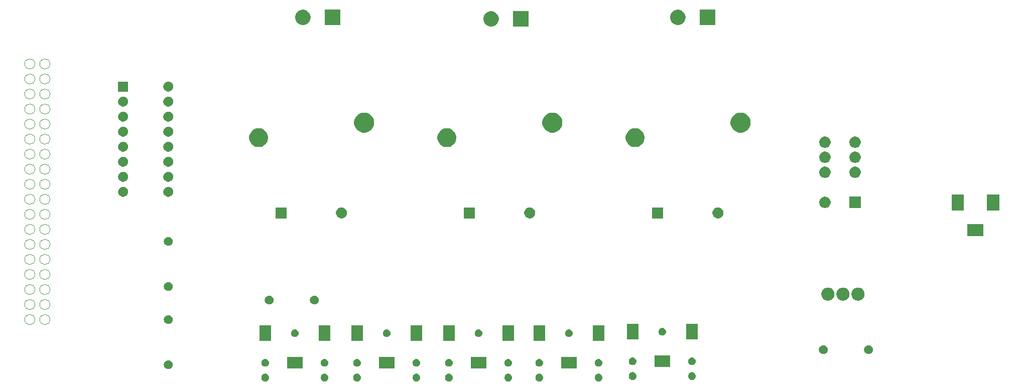
<source format=gbr>
G04 #@! TF.GenerationSoftware,KiCad,Pcbnew,5.1.5-52549c5~84~ubuntu18.04.1*
G04 #@! TF.CreationDate,2020-02-03T02:30:07-05:00*
G04 #@! TF.ProjectId,cropdroid-reservoir,63726f70-6472-46f6-9964-2d7265736572,v1*
G04 #@! TF.SameCoordinates,Original*
G04 #@! TF.FileFunction,Soldermask,Bot*
G04 #@! TF.FilePolarity,Negative*
%FSLAX46Y46*%
G04 Gerber Fmt 4.6, Leading zero omitted, Abs format (unit mm)*
G04 Created by KiCad (PCBNEW 5.1.5-52549c5~84~ubuntu18.04.1) date 2020-02-03 02:30:07*
%MOMM*%
%LPD*%
G04 APERTURE LIST*
%ADD10C,0.100000*%
G04 APERTURE END LIST*
D10*
X67662984Y-74930000D02*
G75*
G03X67662984Y-74930000I-860984J0D01*
G01*
X70202984Y-74930000D02*
G75*
G03X70202984Y-74930000I-860984J0D01*
G01*
X67662984Y-77470000D02*
G75*
G03X67662984Y-77470000I-860984J0D01*
G01*
X70202984Y-77470000D02*
G75*
G03X70202984Y-77470000I-860984J0D01*
G01*
X67662984Y-80010000D02*
G75*
G03X67662984Y-80010000I-860984J0D01*
G01*
X70202984Y-80010000D02*
G75*
G03X70202984Y-80010000I-860984J0D01*
G01*
X67662984Y-82550000D02*
G75*
G03X67662984Y-82550000I-860984J0D01*
G01*
X70202984Y-82550000D02*
G75*
G03X70202984Y-82550000I-860984J0D01*
G01*
X67662984Y-85090000D02*
G75*
G03X67662984Y-85090000I-860984J0D01*
G01*
X70202984Y-85090000D02*
G75*
G03X70202984Y-85090000I-860984J0D01*
G01*
X67662984Y-87630000D02*
G75*
G03X67662984Y-87630000I-860984J0D01*
G01*
X70202984Y-87630000D02*
G75*
G03X70202984Y-87630000I-860984J0D01*
G01*
X67662984Y-90170000D02*
G75*
G03X67662984Y-90170000I-860984J0D01*
G01*
X70202984Y-90170000D02*
G75*
G03X70202984Y-90170000I-860984J0D01*
G01*
X67662984Y-92710000D02*
G75*
G03X67662984Y-92710000I-860984J0D01*
G01*
X70202984Y-92710000D02*
G75*
G03X70202984Y-92710000I-860984J0D01*
G01*
X67662984Y-95250000D02*
G75*
G03X67662984Y-95250000I-860984J0D01*
G01*
X70202984Y-95250000D02*
G75*
G03X70202984Y-95250000I-860984J0D01*
G01*
X67662984Y-97790000D02*
G75*
G03X67662984Y-97790000I-860984J0D01*
G01*
X70202984Y-97790000D02*
G75*
G03X70202984Y-97790000I-860984J0D01*
G01*
X67662984Y-100330000D02*
G75*
G03X67662984Y-100330000I-860984J0D01*
G01*
X70202984Y-100330000D02*
G75*
G03X70202984Y-100330000I-860984J0D01*
G01*
X67662984Y-102870000D02*
G75*
G03X67662984Y-102870000I-860984J0D01*
G01*
X70202984Y-102870000D02*
G75*
G03X70202984Y-102870000I-860984J0D01*
G01*
X67662984Y-105410000D02*
G75*
G03X67662984Y-105410000I-860984J0D01*
G01*
X70202984Y-105410000D02*
G75*
G03X70202984Y-105410000I-860984J0D01*
G01*
X67662984Y-107950000D02*
G75*
G03X67662984Y-107950000I-860984J0D01*
G01*
X70202984Y-107950000D02*
G75*
G03X70202984Y-107950000I-860984J0D01*
G01*
X67662984Y-110490000D02*
G75*
G03X67662984Y-110490000I-860984J0D01*
G01*
X70202984Y-110490000D02*
G75*
G03X70202984Y-110490000I-860984J0D01*
G01*
X67662984Y-113030000D02*
G75*
G03X67662984Y-113030000I-860984J0D01*
G01*
X70202984Y-113030000D02*
G75*
G03X70202984Y-113030000I-860984J0D01*
G01*
X67662984Y-115570000D02*
G75*
G03X67662984Y-115570000I-860984J0D01*
G01*
X70202984Y-115570000D02*
G75*
G03X70202984Y-115570000I-860984J0D01*
G01*
X67662984Y-118110000D02*
G75*
G03X67662984Y-118110000I-860984J0D01*
G01*
X70202984Y-118110000D02*
G75*
G03X70202984Y-118110000I-860984J0D01*
G01*
G36*
X147683890Y-127270017D02*
G01*
X147802364Y-127319091D01*
X147908988Y-127390335D01*
X147999665Y-127481012D01*
X148070909Y-127587636D01*
X148119983Y-127706110D01*
X148145000Y-127831882D01*
X148145000Y-127960118D01*
X148119983Y-128085890D01*
X148070909Y-128204364D01*
X147999665Y-128310988D01*
X147908988Y-128401665D01*
X147802364Y-128472909D01*
X147802363Y-128472910D01*
X147802362Y-128472910D01*
X147683890Y-128521983D01*
X147558119Y-128547000D01*
X147429881Y-128547000D01*
X147304110Y-128521983D01*
X147185638Y-128472910D01*
X147185637Y-128472910D01*
X147185636Y-128472909D01*
X147079012Y-128401665D01*
X146988335Y-128310988D01*
X146917091Y-128204364D01*
X146868017Y-128085890D01*
X146843000Y-127960118D01*
X146843000Y-127831882D01*
X146868017Y-127706110D01*
X146917091Y-127587636D01*
X146988335Y-127481012D01*
X147079012Y-127390335D01*
X147185636Y-127319091D01*
X147304110Y-127270017D01*
X147429881Y-127245000D01*
X147558119Y-127245000D01*
X147683890Y-127270017D01*
G37*
G36*
X152923890Y-127270017D02*
G01*
X153042364Y-127319091D01*
X153148988Y-127390335D01*
X153239665Y-127481012D01*
X153310909Y-127587636D01*
X153359983Y-127706110D01*
X153385000Y-127831882D01*
X153385000Y-127960118D01*
X153359983Y-128085890D01*
X153310909Y-128204364D01*
X153239665Y-128310988D01*
X153148988Y-128401665D01*
X153042364Y-128472909D01*
X153042363Y-128472910D01*
X153042362Y-128472910D01*
X152923890Y-128521983D01*
X152798119Y-128547000D01*
X152669881Y-128547000D01*
X152544110Y-128521983D01*
X152425638Y-128472910D01*
X152425637Y-128472910D01*
X152425636Y-128472909D01*
X152319012Y-128401665D01*
X152228335Y-128310988D01*
X152157091Y-128204364D01*
X152108017Y-128085890D01*
X152083000Y-127960118D01*
X152083000Y-127831882D01*
X152108017Y-127706110D01*
X152157091Y-127587636D01*
X152228335Y-127481012D01*
X152319012Y-127390335D01*
X152425636Y-127319091D01*
X152544110Y-127270017D01*
X152669881Y-127245000D01*
X152798119Y-127245000D01*
X152923890Y-127270017D01*
G37*
G36*
X162923890Y-127270017D02*
G01*
X163042364Y-127319091D01*
X163148988Y-127390335D01*
X163239665Y-127481012D01*
X163310909Y-127587636D01*
X163359983Y-127706110D01*
X163385000Y-127831882D01*
X163385000Y-127960118D01*
X163359983Y-128085890D01*
X163310909Y-128204364D01*
X163239665Y-128310988D01*
X163148988Y-128401665D01*
X163042364Y-128472909D01*
X163042363Y-128472910D01*
X163042362Y-128472910D01*
X162923890Y-128521983D01*
X162798119Y-128547000D01*
X162669881Y-128547000D01*
X162544110Y-128521983D01*
X162425638Y-128472910D01*
X162425637Y-128472910D01*
X162425636Y-128472909D01*
X162319012Y-128401665D01*
X162228335Y-128310988D01*
X162157091Y-128204364D01*
X162108017Y-128085890D01*
X162083000Y-127960118D01*
X162083000Y-127831882D01*
X162108017Y-127706110D01*
X162157091Y-127587636D01*
X162228335Y-127481012D01*
X162319012Y-127390335D01*
X162425636Y-127319091D01*
X162544110Y-127270017D01*
X162669881Y-127245000D01*
X162798119Y-127245000D01*
X162923890Y-127270017D01*
G37*
G36*
X106695890Y-127270017D02*
G01*
X106814364Y-127319091D01*
X106920988Y-127390335D01*
X107011665Y-127481012D01*
X107082909Y-127587636D01*
X107131983Y-127706110D01*
X107157000Y-127831882D01*
X107157000Y-127960118D01*
X107131983Y-128085890D01*
X107082909Y-128204364D01*
X107011665Y-128310988D01*
X106920988Y-128401665D01*
X106814364Y-128472909D01*
X106814363Y-128472910D01*
X106814362Y-128472910D01*
X106695890Y-128521983D01*
X106570119Y-128547000D01*
X106441881Y-128547000D01*
X106316110Y-128521983D01*
X106197638Y-128472910D01*
X106197637Y-128472910D01*
X106197636Y-128472909D01*
X106091012Y-128401665D01*
X106000335Y-128310988D01*
X105929091Y-128204364D01*
X105880017Y-128085890D01*
X105855000Y-127960118D01*
X105855000Y-127831882D01*
X105880017Y-127706110D01*
X105929091Y-127587636D01*
X106000335Y-127481012D01*
X106091012Y-127390335D01*
X106197636Y-127319091D01*
X106316110Y-127270017D01*
X106441881Y-127245000D01*
X106570119Y-127245000D01*
X106695890Y-127270017D01*
G37*
G36*
X116695890Y-127270017D02*
G01*
X116814364Y-127319091D01*
X116920988Y-127390335D01*
X117011665Y-127481012D01*
X117082909Y-127587636D01*
X117131983Y-127706110D01*
X117157000Y-127831882D01*
X117157000Y-127960118D01*
X117131983Y-128085890D01*
X117082909Y-128204364D01*
X117011665Y-128310988D01*
X116920988Y-128401665D01*
X116814364Y-128472909D01*
X116814363Y-128472910D01*
X116814362Y-128472910D01*
X116695890Y-128521983D01*
X116570119Y-128547000D01*
X116441881Y-128547000D01*
X116316110Y-128521983D01*
X116197638Y-128472910D01*
X116197637Y-128472910D01*
X116197636Y-128472909D01*
X116091012Y-128401665D01*
X116000335Y-128310988D01*
X115929091Y-128204364D01*
X115880017Y-128085890D01*
X115855000Y-127960118D01*
X115855000Y-127831882D01*
X115880017Y-127706110D01*
X115929091Y-127587636D01*
X116000335Y-127481012D01*
X116091012Y-127390335D01*
X116197636Y-127319091D01*
X116316110Y-127270017D01*
X116441881Y-127245000D01*
X116570119Y-127245000D01*
X116695890Y-127270017D01*
G37*
G36*
X122189890Y-127270017D02*
G01*
X122308364Y-127319091D01*
X122414988Y-127390335D01*
X122505665Y-127481012D01*
X122576909Y-127587636D01*
X122625983Y-127706110D01*
X122651000Y-127831882D01*
X122651000Y-127960118D01*
X122625983Y-128085890D01*
X122576909Y-128204364D01*
X122505665Y-128310988D01*
X122414988Y-128401665D01*
X122308364Y-128472909D01*
X122308363Y-128472910D01*
X122308362Y-128472910D01*
X122189890Y-128521983D01*
X122064119Y-128547000D01*
X121935881Y-128547000D01*
X121810110Y-128521983D01*
X121691638Y-128472910D01*
X121691637Y-128472910D01*
X121691636Y-128472909D01*
X121585012Y-128401665D01*
X121494335Y-128310988D01*
X121423091Y-128204364D01*
X121374017Y-128085890D01*
X121349000Y-127960118D01*
X121349000Y-127831882D01*
X121374017Y-127706110D01*
X121423091Y-127587636D01*
X121494335Y-127481012D01*
X121585012Y-127390335D01*
X121691636Y-127319091D01*
X121810110Y-127270017D01*
X121935881Y-127245000D01*
X122064119Y-127245000D01*
X122189890Y-127270017D01*
G37*
G36*
X132189890Y-127270017D02*
G01*
X132308364Y-127319091D01*
X132414988Y-127390335D01*
X132505665Y-127481012D01*
X132576909Y-127587636D01*
X132625983Y-127706110D01*
X132651000Y-127831882D01*
X132651000Y-127960118D01*
X132625983Y-128085890D01*
X132576909Y-128204364D01*
X132505665Y-128310988D01*
X132414988Y-128401665D01*
X132308364Y-128472909D01*
X132308363Y-128472910D01*
X132308362Y-128472910D01*
X132189890Y-128521983D01*
X132064119Y-128547000D01*
X131935881Y-128547000D01*
X131810110Y-128521983D01*
X131691638Y-128472910D01*
X131691637Y-128472910D01*
X131691636Y-128472909D01*
X131585012Y-128401665D01*
X131494335Y-128310988D01*
X131423091Y-128204364D01*
X131374017Y-128085890D01*
X131349000Y-127960118D01*
X131349000Y-127831882D01*
X131374017Y-127706110D01*
X131423091Y-127587636D01*
X131494335Y-127481012D01*
X131585012Y-127390335D01*
X131691636Y-127319091D01*
X131810110Y-127270017D01*
X131935881Y-127245000D01*
X132064119Y-127245000D01*
X132189890Y-127270017D01*
G37*
G36*
X137683890Y-127270017D02*
G01*
X137802364Y-127319091D01*
X137908988Y-127390335D01*
X137999665Y-127481012D01*
X138070909Y-127587636D01*
X138119983Y-127706110D01*
X138145000Y-127831882D01*
X138145000Y-127960118D01*
X138119983Y-128085890D01*
X138070909Y-128204364D01*
X137999665Y-128310988D01*
X137908988Y-128401665D01*
X137802364Y-128472909D01*
X137802363Y-128472910D01*
X137802362Y-128472910D01*
X137683890Y-128521983D01*
X137558119Y-128547000D01*
X137429881Y-128547000D01*
X137304110Y-128521983D01*
X137185638Y-128472910D01*
X137185637Y-128472910D01*
X137185636Y-128472909D01*
X137079012Y-128401665D01*
X136988335Y-128310988D01*
X136917091Y-128204364D01*
X136868017Y-128085890D01*
X136843000Y-127960118D01*
X136843000Y-127831882D01*
X136868017Y-127706110D01*
X136917091Y-127587636D01*
X136988335Y-127481012D01*
X137079012Y-127390335D01*
X137185636Y-127319091D01*
X137304110Y-127270017D01*
X137429881Y-127245000D01*
X137558119Y-127245000D01*
X137683890Y-127270017D01*
G37*
G36*
X168671890Y-127016017D02*
G01*
X168790364Y-127065091D01*
X168896988Y-127136335D01*
X168987665Y-127227012D01*
X169058909Y-127333636D01*
X169107983Y-127452110D01*
X169133000Y-127577882D01*
X169133000Y-127706118D01*
X169107983Y-127831890D01*
X169058909Y-127950364D01*
X168987665Y-128056988D01*
X168896988Y-128147665D01*
X168790364Y-128218909D01*
X168790363Y-128218910D01*
X168790362Y-128218910D01*
X168671890Y-128267983D01*
X168546119Y-128293000D01*
X168417881Y-128293000D01*
X168292110Y-128267983D01*
X168173638Y-128218910D01*
X168173637Y-128218910D01*
X168173636Y-128218909D01*
X168067012Y-128147665D01*
X167976335Y-128056988D01*
X167905091Y-127950364D01*
X167856017Y-127831890D01*
X167831000Y-127706118D01*
X167831000Y-127577882D01*
X167856017Y-127452110D01*
X167905091Y-127333636D01*
X167976335Y-127227012D01*
X168067012Y-127136335D01*
X168173636Y-127065091D01*
X168292110Y-127016017D01*
X168417881Y-126991000D01*
X168546119Y-126991000D01*
X168671890Y-127016017D01*
G37*
G36*
X178671890Y-127016017D02*
G01*
X178790364Y-127065091D01*
X178896988Y-127136335D01*
X178987665Y-127227012D01*
X179058909Y-127333636D01*
X179107983Y-127452110D01*
X179133000Y-127577882D01*
X179133000Y-127706118D01*
X179107983Y-127831890D01*
X179058909Y-127950364D01*
X178987665Y-128056988D01*
X178896988Y-128147665D01*
X178790364Y-128218909D01*
X178790363Y-128218910D01*
X178790362Y-128218910D01*
X178671890Y-128267983D01*
X178546119Y-128293000D01*
X178417881Y-128293000D01*
X178292110Y-128267983D01*
X178173638Y-128218910D01*
X178173637Y-128218910D01*
X178173636Y-128218909D01*
X178067012Y-128147665D01*
X177976335Y-128056988D01*
X177905091Y-127950364D01*
X177856017Y-127831890D01*
X177831000Y-127706118D01*
X177831000Y-127577882D01*
X177856017Y-127452110D01*
X177905091Y-127333636D01*
X177976335Y-127227012D01*
X178067012Y-127136335D01*
X178173636Y-127065091D01*
X178292110Y-127016017D01*
X178417881Y-126991000D01*
X178546119Y-126991000D01*
X178671890Y-127016017D01*
G37*
G36*
X90389059Y-125007860D02*
G01*
X90525732Y-125064472D01*
X90648735Y-125146660D01*
X90753340Y-125251265D01*
X90807212Y-125331890D01*
X90835529Y-125374270D01*
X90892140Y-125510941D01*
X90921000Y-125656032D01*
X90921000Y-125803968D01*
X90901567Y-125901665D01*
X90892140Y-125949059D01*
X90835528Y-126085732D01*
X90753340Y-126208735D01*
X90648735Y-126313340D01*
X90525732Y-126395528D01*
X90525731Y-126395529D01*
X90525730Y-126395529D01*
X90389059Y-126452140D01*
X90243968Y-126481000D01*
X90096032Y-126481000D01*
X89950941Y-126452140D01*
X89814270Y-126395529D01*
X89814269Y-126395529D01*
X89814268Y-126395528D01*
X89691265Y-126313340D01*
X89586660Y-126208735D01*
X89504472Y-126085732D01*
X89447860Y-125949059D01*
X89438433Y-125901665D01*
X89419000Y-125803968D01*
X89419000Y-125656032D01*
X89447860Y-125510941D01*
X89504471Y-125374270D01*
X89532788Y-125331890D01*
X89586660Y-125251265D01*
X89691265Y-125146660D01*
X89814268Y-125064472D01*
X89950941Y-125007860D01*
X90096032Y-124979000D01*
X90243968Y-124979000D01*
X90389059Y-125007860D01*
G37*
G36*
X159035000Y-126347000D02*
G01*
X156433000Y-126347000D01*
X156433000Y-124445000D01*
X159035000Y-124445000D01*
X159035000Y-126347000D01*
G37*
G36*
X112807000Y-126347000D02*
G01*
X110205000Y-126347000D01*
X110205000Y-124445000D01*
X112807000Y-124445000D01*
X112807000Y-126347000D01*
G37*
G36*
X128301000Y-126347000D02*
G01*
X125699000Y-126347000D01*
X125699000Y-124445000D01*
X128301000Y-124445000D01*
X128301000Y-126347000D01*
G37*
G36*
X143795000Y-126347000D02*
G01*
X141193000Y-126347000D01*
X141193000Y-124445000D01*
X143795000Y-124445000D01*
X143795000Y-126347000D01*
G37*
G36*
X174783000Y-126093000D02*
G01*
X172181000Y-126093000D01*
X172181000Y-124191000D01*
X174783000Y-124191000D01*
X174783000Y-126093000D01*
G37*
G36*
X147683890Y-124770017D02*
G01*
X147802364Y-124819091D01*
X147908988Y-124890335D01*
X147999665Y-124981012D01*
X148070909Y-125087636D01*
X148119983Y-125206110D01*
X148145000Y-125331882D01*
X148145000Y-125460118D01*
X148119983Y-125585890D01*
X148070909Y-125704364D01*
X147999665Y-125810988D01*
X147908988Y-125901665D01*
X147802364Y-125972909D01*
X147802363Y-125972910D01*
X147802362Y-125972910D01*
X147683890Y-126021983D01*
X147558119Y-126047000D01*
X147429881Y-126047000D01*
X147304110Y-126021983D01*
X147185638Y-125972910D01*
X147185637Y-125972910D01*
X147185636Y-125972909D01*
X147079012Y-125901665D01*
X146988335Y-125810988D01*
X146917091Y-125704364D01*
X146868017Y-125585890D01*
X146843000Y-125460118D01*
X146843000Y-125331882D01*
X146868017Y-125206110D01*
X146917091Y-125087636D01*
X146988335Y-124981012D01*
X147079012Y-124890335D01*
X147185636Y-124819091D01*
X147304110Y-124770017D01*
X147429881Y-124745000D01*
X147558119Y-124745000D01*
X147683890Y-124770017D01*
G37*
G36*
X106695890Y-124770017D02*
G01*
X106814364Y-124819091D01*
X106920988Y-124890335D01*
X107011665Y-124981012D01*
X107082909Y-125087636D01*
X107131983Y-125206110D01*
X107157000Y-125331882D01*
X107157000Y-125460118D01*
X107131983Y-125585890D01*
X107082909Y-125704364D01*
X107011665Y-125810988D01*
X106920988Y-125901665D01*
X106814364Y-125972909D01*
X106814363Y-125972910D01*
X106814362Y-125972910D01*
X106695890Y-126021983D01*
X106570119Y-126047000D01*
X106441881Y-126047000D01*
X106316110Y-126021983D01*
X106197638Y-125972910D01*
X106197637Y-125972910D01*
X106197636Y-125972909D01*
X106091012Y-125901665D01*
X106000335Y-125810988D01*
X105929091Y-125704364D01*
X105880017Y-125585890D01*
X105855000Y-125460118D01*
X105855000Y-125331882D01*
X105880017Y-125206110D01*
X105929091Y-125087636D01*
X106000335Y-124981012D01*
X106091012Y-124890335D01*
X106197636Y-124819091D01*
X106316110Y-124770017D01*
X106441881Y-124745000D01*
X106570119Y-124745000D01*
X106695890Y-124770017D01*
G37*
G36*
X152923890Y-124770017D02*
G01*
X153042364Y-124819091D01*
X153148988Y-124890335D01*
X153239665Y-124981012D01*
X153310909Y-125087636D01*
X153359983Y-125206110D01*
X153385000Y-125331882D01*
X153385000Y-125460118D01*
X153359983Y-125585890D01*
X153310909Y-125704364D01*
X153239665Y-125810988D01*
X153148988Y-125901665D01*
X153042364Y-125972909D01*
X153042363Y-125972910D01*
X153042362Y-125972910D01*
X152923890Y-126021983D01*
X152798119Y-126047000D01*
X152669881Y-126047000D01*
X152544110Y-126021983D01*
X152425638Y-125972910D01*
X152425637Y-125972910D01*
X152425636Y-125972909D01*
X152319012Y-125901665D01*
X152228335Y-125810988D01*
X152157091Y-125704364D01*
X152108017Y-125585890D01*
X152083000Y-125460118D01*
X152083000Y-125331882D01*
X152108017Y-125206110D01*
X152157091Y-125087636D01*
X152228335Y-124981012D01*
X152319012Y-124890335D01*
X152425636Y-124819091D01*
X152544110Y-124770017D01*
X152669881Y-124745000D01*
X152798119Y-124745000D01*
X152923890Y-124770017D01*
G37*
G36*
X162923890Y-124770017D02*
G01*
X163042364Y-124819091D01*
X163148988Y-124890335D01*
X163239665Y-124981012D01*
X163310909Y-125087636D01*
X163359983Y-125206110D01*
X163385000Y-125331882D01*
X163385000Y-125460118D01*
X163359983Y-125585890D01*
X163310909Y-125704364D01*
X163239665Y-125810988D01*
X163148988Y-125901665D01*
X163042364Y-125972909D01*
X163042363Y-125972910D01*
X163042362Y-125972910D01*
X162923890Y-126021983D01*
X162798119Y-126047000D01*
X162669881Y-126047000D01*
X162544110Y-126021983D01*
X162425638Y-125972910D01*
X162425637Y-125972910D01*
X162425636Y-125972909D01*
X162319012Y-125901665D01*
X162228335Y-125810988D01*
X162157091Y-125704364D01*
X162108017Y-125585890D01*
X162083000Y-125460118D01*
X162083000Y-125331882D01*
X162108017Y-125206110D01*
X162157091Y-125087636D01*
X162228335Y-124981012D01*
X162319012Y-124890335D01*
X162425636Y-124819091D01*
X162544110Y-124770017D01*
X162669881Y-124745000D01*
X162798119Y-124745000D01*
X162923890Y-124770017D01*
G37*
G36*
X132189890Y-124770017D02*
G01*
X132308364Y-124819091D01*
X132414988Y-124890335D01*
X132505665Y-124981012D01*
X132576909Y-125087636D01*
X132625983Y-125206110D01*
X132651000Y-125331882D01*
X132651000Y-125460118D01*
X132625983Y-125585890D01*
X132576909Y-125704364D01*
X132505665Y-125810988D01*
X132414988Y-125901665D01*
X132308364Y-125972909D01*
X132308363Y-125972910D01*
X132308362Y-125972910D01*
X132189890Y-126021983D01*
X132064119Y-126047000D01*
X131935881Y-126047000D01*
X131810110Y-126021983D01*
X131691638Y-125972910D01*
X131691637Y-125972910D01*
X131691636Y-125972909D01*
X131585012Y-125901665D01*
X131494335Y-125810988D01*
X131423091Y-125704364D01*
X131374017Y-125585890D01*
X131349000Y-125460118D01*
X131349000Y-125331882D01*
X131374017Y-125206110D01*
X131423091Y-125087636D01*
X131494335Y-124981012D01*
X131585012Y-124890335D01*
X131691636Y-124819091D01*
X131810110Y-124770017D01*
X131935881Y-124745000D01*
X132064119Y-124745000D01*
X132189890Y-124770017D01*
G37*
G36*
X122189890Y-124770017D02*
G01*
X122308364Y-124819091D01*
X122414988Y-124890335D01*
X122505665Y-124981012D01*
X122576909Y-125087636D01*
X122625983Y-125206110D01*
X122651000Y-125331882D01*
X122651000Y-125460118D01*
X122625983Y-125585890D01*
X122576909Y-125704364D01*
X122505665Y-125810988D01*
X122414988Y-125901665D01*
X122308364Y-125972909D01*
X122308363Y-125972910D01*
X122308362Y-125972910D01*
X122189890Y-126021983D01*
X122064119Y-126047000D01*
X121935881Y-126047000D01*
X121810110Y-126021983D01*
X121691638Y-125972910D01*
X121691637Y-125972910D01*
X121691636Y-125972909D01*
X121585012Y-125901665D01*
X121494335Y-125810988D01*
X121423091Y-125704364D01*
X121374017Y-125585890D01*
X121349000Y-125460118D01*
X121349000Y-125331882D01*
X121374017Y-125206110D01*
X121423091Y-125087636D01*
X121494335Y-124981012D01*
X121585012Y-124890335D01*
X121691636Y-124819091D01*
X121810110Y-124770017D01*
X121935881Y-124745000D01*
X122064119Y-124745000D01*
X122189890Y-124770017D01*
G37*
G36*
X137683890Y-124770017D02*
G01*
X137802364Y-124819091D01*
X137908988Y-124890335D01*
X137999665Y-124981012D01*
X138070909Y-125087636D01*
X138119983Y-125206110D01*
X138145000Y-125331882D01*
X138145000Y-125460118D01*
X138119983Y-125585890D01*
X138070909Y-125704364D01*
X137999665Y-125810988D01*
X137908988Y-125901665D01*
X137802364Y-125972909D01*
X137802363Y-125972910D01*
X137802362Y-125972910D01*
X137683890Y-126021983D01*
X137558119Y-126047000D01*
X137429881Y-126047000D01*
X137304110Y-126021983D01*
X137185638Y-125972910D01*
X137185637Y-125972910D01*
X137185636Y-125972909D01*
X137079012Y-125901665D01*
X136988335Y-125810988D01*
X136917091Y-125704364D01*
X136868017Y-125585890D01*
X136843000Y-125460118D01*
X136843000Y-125331882D01*
X136868017Y-125206110D01*
X136917091Y-125087636D01*
X136988335Y-124981012D01*
X137079012Y-124890335D01*
X137185636Y-124819091D01*
X137304110Y-124770017D01*
X137429881Y-124745000D01*
X137558119Y-124745000D01*
X137683890Y-124770017D01*
G37*
G36*
X116695890Y-124770017D02*
G01*
X116814364Y-124819091D01*
X116920988Y-124890335D01*
X117011665Y-124981012D01*
X117082909Y-125087636D01*
X117131983Y-125206110D01*
X117157000Y-125331882D01*
X117157000Y-125460118D01*
X117131983Y-125585890D01*
X117082909Y-125704364D01*
X117011665Y-125810988D01*
X116920988Y-125901665D01*
X116814364Y-125972909D01*
X116814363Y-125972910D01*
X116814362Y-125972910D01*
X116695890Y-126021983D01*
X116570119Y-126047000D01*
X116441881Y-126047000D01*
X116316110Y-126021983D01*
X116197638Y-125972910D01*
X116197637Y-125972910D01*
X116197636Y-125972909D01*
X116091012Y-125901665D01*
X116000335Y-125810988D01*
X115929091Y-125704364D01*
X115880017Y-125585890D01*
X115855000Y-125460118D01*
X115855000Y-125331882D01*
X115880017Y-125206110D01*
X115929091Y-125087636D01*
X116000335Y-124981012D01*
X116091012Y-124890335D01*
X116197636Y-124819091D01*
X116316110Y-124770017D01*
X116441881Y-124745000D01*
X116570119Y-124745000D01*
X116695890Y-124770017D01*
G37*
G36*
X178671890Y-124516017D02*
G01*
X178790364Y-124565091D01*
X178896988Y-124636335D01*
X178987665Y-124727012D01*
X179049190Y-124819090D01*
X179058910Y-124833638D01*
X179107983Y-124952110D01*
X179133000Y-125077881D01*
X179133000Y-125206119D01*
X179107983Y-125331890D01*
X179090429Y-125374270D01*
X179058909Y-125450364D01*
X178987665Y-125556988D01*
X178896988Y-125647665D01*
X178790364Y-125718909D01*
X178790363Y-125718910D01*
X178790362Y-125718910D01*
X178671890Y-125767983D01*
X178546119Y-125793000D01*
X178417881Y-125793000D01*
X178292110Y-125767983D01*
X178173638Y-125718910D01*
X178173637Y-125718910D01*
X178173636Y-125718909D01*
X178067012Y-125647665D01*
X177976335Y-125556988D01*
X177905091Y-125450364D01*
X177873572Y-125374270D01*
X177856017Y-125331890D01*
X177831000Y-125206119D01*
X177831000Y-125077881D01*
X177856017Y-124952110D01*
X177905090Y-124833638D01*
X177914811Y-124819090D01*
X177976335Y-124727012D01*
X178067012Y-124636335D01*
X178173636Y-124565091D01*
X178292110Y-124516017D01*
X178417881Y-124491000D01*
X178546119Y-124491000D01*
X178671890Y-124516017D01*
G37*
G36*
X168671890Y-124516017D02*
G01*
X168790364Y-124565091D01*
X168896988Y-124636335D01*
X168987665Y-124727012D01*
X169049190Y-124819090D01*
X169058910Y-124833638D01*
X169107983Y-124952110D01*
X169133000Y-125077881D01*
X169133000Y-125206119D01*
X169107983Y-125331890D01*
X169090429Y-125374270D01*
X169058909Y-125450364D01*
X168987665Y-125556988D01*
X168896988Y-125647665D01*
X168790364Y-125718909D01*
X168790363Y-125718910D01*
X168790362Y-125718910D01*
X168671890Y-125767983D01*
X168546119Y-125793000D01*
X168417881Y-125793000D01*
X168292110Y-125767983D01*
X168173638Y-125718910D01*
X168173637Y-125718910D01*
X168173636Y-125718909D01*
X168067012Y-125647665D01*
X167976335Y-125556988D01*
X167905091Y-125450364D01*
X167873572Y-125374270D01*
X167856017Y-125331890D01*
X167831000Y-125206119D01*
X167831000Y-125077881D01*
X167856017Y-124952110D01*
X167905090Y-124833638D01*
X167914811Y-124819090D01*
X167976335Y-124727012D01*
X168067012Y-124636335D01*
X168173636Y-124565091D01*
X168292110Y-124516017D01*
X168417881Y-124491000D01*
X168546119Y-124491000D01*
X168671890Y-124516017D01*
G37*
G36*
X208499059Y-122467860D02*
G01*
X208635732Y-122524472D01*
X208758735Y-122606660D01*
X208863340Y-122711265D01*
X208945528Y-122834268D01*
X209002140Y-122970941D01*
X209031000Y-123116033D01*
X209031000Y-123263967D01*
X209002140Y-123409059D01*
X208945528Y-123545732D01*
X208863340Y-123668735D01*
X208758735Y-123773340D01*
X208635732Y-123855528D01*
X208635731Y-123855529D01*
X208635730Y-123855529D01*
X208499059Y-123912140D01*
X208353968Y-123941000D01*
X208206032Y-123941000D01*
X208060941Y-123912140D01*
X207924270Y-123855529D01*
X207924269Y-123855529D01*
X207924268Y-123855528D01*
X207801265Y-123773340D01*
X207696660Y-123668735D01*
X207614472Y-123545732D01*
X207557860Y-123409059D01*
X207529000Y-123263967D01*
X207529000Y-123116033D01*
X207557860Y-122970941D01*
X207614472Y-122834268D01*
X207696660Y-122711265D01*
X207801265Y-122606660D01*
X207924268Y-122524472D01*
X208060941Y-122467860D01*
X208206032Y-122439000D01*
X208353968Y-122439000D01*
X208499059Y-122467860D01*
G37*
G36*
X200879059Y-122467860D02*
G01*
X201015732Y-122524472D01*
X201138735Y-122606660D01*
X201243340Y-122711265D01*
X201325528Y-122834268D01*
X201382140Y-122970941D01*
X201411000Y-123116033D01*
X201411000Y-123263967D01*
X201382140Y-123409059D01*
X201325528Y-123545732D01*
X201243340Y-123668735D01*
X201138735Y-123773340D01*
X201015732Y-123855528D01*
X201015731Y-123855529D01*
X201015730Y-123855529D01*
X200879059Y-123912140D01*
X200733968Y-123941000D01*
X200586032Y-123941000D01*
X200440941Y-123912140D01*
X200304270Y-123855529D01*
X200304269Y-123855529D01*
X200304268Y-123855528D01*
X200181265Y-123773340D01*
X200076660Y-123668735D01*
X199994472Y-123545732D01*
X199937860Y-123409059D01*
X199909000Y-123263967D01*
X199909000Y-123116033D01*
X199937860Y-122970941D01*
X199994472Y-122834268D01*
X200076660Y-122711265D01*
X200181265Y-122606660D01*
X200304268Y-122524472D01*
X200440941Y-122467860D01*
X200586032Y-122439000D01*
X200733968Y-122439000D01*
X200879059Y-122467860D01*
G37*
G36*
X163685000Y-121697000D02*
G01*
X161783000Y-121697000D01*
X161783000Y-119095000D01*
X163685000Y-119095000D01*
X163685000Y-121697000D01*
G37*
G36*
X138445000Y-121697000D02*
G01*
X136543000Y-121697000D01*
X136543000Y-119095000D01*
X138445000Y-119095000D01*
X138445000Y-121697000D01*
G37*
G36*
X117457000Y-121697000D02*
G01*
X115555000Y-121697000D01*
X115555000Y-119095000D01*
X117457000Y-119095000D01*
X117457000Y-121697000D01*
G37*
G36*
X107457000Y-121697000D02*
G01*
X105555000Y-121697000D01*
X105555000Y-119095000D01*
X107457000Y-119095000D01*
X107457000Y-121697000D01*
G37*
G36*
X153685000Y-121697000D02*
G01*
X151783000Y-121697000D01*
X151783000Y-119095000D01*
X153685000Y-119095000D01*
X153685000Y-121697000D01*
G37*
G36*
X132951000Y-121697000D02*
G01*
X131049000Y-121697000D01*
X131049000Y-119095000D01*
X132951000Y-119095000D01*
X132951000Y-121697000D01*
G37*
G36*
X122951000Y-121697000D02*
G01*
X121049000Y-121697000D01*
X121049000Y-119095000D01*
X122951000Y-119095000D01*
X122951000Y-121697000D01*
G37*
G36*
X148445000Y-121697000D02*
G01*
X146543000Y-121697000D01*
X146543000Y-119095000D01*
X148445000Y-119095000D01*
X148445000Y-121697000D01*
G37*
G36*
X169433000Y-121443000D02*
G01*
X167531000Y-121443000D01*
X167531000Y-118841000D01*
X169433000Y-118841000D01*
X169433000Y-121443000D01*
G37*
G36*
X179433000Y-121443000D02*
G01*
X177531000Y-121443000D01*
X177531000Y-118841000D01*
X179433000Y-118841000D01*
X179433000Y-121443000D01*
G37*
G36*
X111695890Y-119770017D02*
G01*
X111814364Y-119819091D01*
X111920988Y-119890335D01*
X112011665Y-119981012D01*
X112082909Y-120087636D01*
X112131983Y-120206110D01*
X112157000Y-120331882D01*
X112157000Y-120460118D01*
X112131983Y-120585890D01*
X112082909Y-120704364D01*
X112011665Y-120810988D01*
X111920988Y-120901665D01*
X111814364Y-120972909D01*
X111814363Y-120972910D01*
X111814362Y-120972910D01*
X111695890Y-121021983D01*
X111570119Y-121047000D01*
X111441881Y-121047000D01*
X111316110Y-121021983D01*
X111197638Y-120972910D01*
X111197637Y-120972910D01*
X111197636Y-120972909D01*
X111091012Y-120901665D01*
X111000335Y-120810988D01*
X110929091Y-120704364D01*
X110880017Y-120585890D01*
X110855000Y-120460118D01*
X110855000Y-120331882D01*
X110880017Y-120206110D01*
X110929091Y-120087636D01*
X111000335Y-119981012D01*
X111091012Y-119890335D01*
X111197636Y-119819091D01*
X111316110Y-119770017D01*
X111441881Y-119745000D01*
X111570119Y-119745000D01*
X111695890Y-119770017D01*
G37*
G36*
X142683890Y-119770017D02*
G01*
X142802364Y-119819091D01*
X142908988Y-119890335D01*
X142999665Y-119981012D01*
X143070909Y-120087636D01*
X143119983Y-120206110D01*
X143145000Y-120331882D01*
X143145000Y-120460118D01*
X143119983Y-120585890D01*
X143070909Y-120704364D01*
X142999665Y-120810988D01*
X142908988Y-120901665D01*
X142802364Y-120972909D01*
X142802363Y-120972910D01*
X142802362Y-120972910D01*
X142683890Y-121021983D01*
X142558119Y-121047000D01*
X142429881Y-121047000D01*
X142304110Y-121021983D01*
X142185638Y-120972910D01*
X142185637Y-120972910D01*
X142185636Y-120972909D01*
X142079012Y-120901665D01*
X141988335Y-120810988D01*
X141917091Y-120704364D01*
X141868017Y-120585890D01*
X141843000Y-120460118D01*
X141843000Y-120331882D01*
X141868017Y-120206110D01*
X141917091Y-120087636D01*
X141988335Y-119981012D01*
X142079012Y-119890335D01*
X142185636Y-119819091D01*
X142304110Y-119770017D01*
X142429881Y-119745000D01*
X142558119Y-119745000D01*
X142683890Y-119770017D01*
G37*
G36*
X157923890Y-119770017D02*
G01*
X158042364Y-119819091D01*
X158148988Y-119890335D01*
X158239665Y-119981012D01*
X158310909Y-120087636D01*
X158359983Y-120206110D01*
X158385000Y-120331882D01*
X158385000Y-120460118D01*
X158359983Y-120585890D01*
X158310909Y-120704364D01*
X158239665Y-120810988D01*
X158148988Y-120901665D01*
X158042364Y-120972909D01*
X158042363Y-120972910D01*
X158042362Y-120972910D01*
X157923890Y-121021983D01*
X157798119Y-121047000D01*
X157669881Y-121047000D01*
X157544110Y-121021983D01*
X157425638Y-120972910D01*
X157425637Y-120972910D01*
X157425636Y-120972909D01*
X157319012Y-120901665D01*
X157228335Y-120810988D01*
X157157091Y-120704364D01*
X157108017Y-120585890D01*
X157083000Y-120460118D01*
X157083000Y-120331882D01*
X157108017Y-120206110D01*
X157157091Y-120087636D01*
X157228335Y-119981012D01*
X157319012Y-119890335D01*
X157425636Y-119819091D01*
X157544110Y-119770017D01*
X157669881Y-119745000D01*
X157798119Y-119745000D01*
X157923890Y-119770017D01*
G37*
G36*
X127189890Y-119770017D02*
G01*
X127308364Y-119819091D01*
X127414988Y-119890335D01*
X127505665Y-119981012D01*
X127576909Y-120087636D01*
X127625983Y-120206110D01*
X127651000Y-120331882D01*
X127651000Y-120460118D01*
X127625983Y-120585890D01*
X127576909Y-120704364D01*
X127505665Y-120810988D01*
X127414988Y-120901665D01*
X127308364Y-120972909D01*
X127308363Y-120972910D01*
X127308362Y-120972910D01*
X127189890Y-121021983D01*
X127064119Y-121047000D01*
X126935881Y-121047000D01*
X126810110Y-121021983D01*
X126691638Y-120972910D01*
X126691637Y-120972910D01*
X126691636Y-120972909D01*
X126585012Y-120901665D01*
X126494335Y-120810988D01*
X126423091Y-120704364D01*
X126374017Y-120585890D01*
X126349000Y-120460118D01*
X126349000Y-120331882D01*
X126374017Y-120206110D01*
X126423091Y-120087636D01*
X126494335Y-119981012D01*
X126585012Y-119890335D01*
X126691636Y-119819091D01*
X126810110Y-119770017D01*
X126935881Y-119745000D01*
X127064119Y-119745000D01*
X127189890Y-119770017D01*
G37*
G36*
X173671890Y-119516017D02*
G01*
X173790364Y-119565091D01*
X173896988Y-119636335D01*
X173987665Y-119727012D01*
X174058909Y-119833636D01*
X174107983Y-119952110D01*
X174133000Y-120077882D01*
X174133000Y-120206118D01*
X174107983Y-120331890D01*
X174058909Y-120450364D01*
X173987665Y-120556988D01*
X173896988Y-120647665D01*
X173790364Y-120718909D01*
X173790363Y-120718910D01*
X173790362Y-120718910D01*
X173671890Y-120767983D01*
X173546119Y-120793000D01*
X173417881Y-120793000D01*
X173292110Y-120767983D01*
X173173638Y-120718910D01*
X173173637Y-120718910D01*
X173173636Y-120718909D01*
X173067012Y-120647665D01*
X172976335Y-120556988D01*
X172905091Y-120450364D01*
X172856017Y-120331890D01*
X172831000Y-120206118D01*
X172831000Y-120077882D01*
X172856017Y-119952110D01*
X172905091Y-119833636D01*
X172976335Y-119727012D01*
X173067012Y-119636335D01*
X173173636Y-119565091D01*
X173292110Y-119516017D01*
X173417881Y-119491000D01*
X173546119Y-119491000D01*
X173671890Y-119516017D01*
G37*
G36*
X90389059Y-117387860D02*
G01*
X90525732Y-117444472D01*
X90648735Y-117526660D01*
X90753340Y-117631265D01*
X90835528Y-117754268D01*
X90892140Y-117890941D01*
X90921000Y-118036033D01*
X90921000Y-118183967D01*
X90892140Y-118329059D01*
X90835528Y-118465732D01*
X90753340Y-118588735D01*
X90648735Y-118693340D01*
X90525732Y-118775528D01*
X90525731Y-118775529D01*
X90525730Y-118775529D01*
X90389059Y-118832140D01*
X90243968Y-118861000D01*
X90096032Y-118861000D01*
X89950941Y-118832140D01*
X89814270Y-118775529D01*
X89814269Y-118775529D01*
X89814268Y-118775528D01*
X89691265Y-118693340D01*
X89586660Y-118588735D01*
X89504472Y-118465732D01*
X89447860Y-118329059D01*
X89419000Y-118183967D01*
X89419000Y-118036033D01*
X89447860Y-117890941D01*
X89504472Y-117754268D01*
X89586660Y-117631265D01*
X89691265Y-117526660D01*
X89814268Y-117444472D01*
X89950941Y-117387860D01*
X90096032Y-117359000D01*
X90243968Y-117359000D01*
X90389059Y-117387860D01*
G37*
G36*
X115027059Y-114085860D02*
G01*
X115163732Y-114142472D01*
X115286735Y-114224660D01*
X115391340Y-114329265D01*
X115391341Y-114329267D01*
X115473529Y-114452270D01*
X115530140Y-114588941D01*
X115559000Y-114734032D01*
X115559000Y-114881968D01*
X115530140Y-115027059D01*
X115473528Y-115163732D01*
X115391340Y-115286735D01*
X115286735Y-115391340D01*
X115163732Y-115473528D01*
X115163731Y-115473529D01*
X115163730Y-115473529D01*
X115027059Y-115530140D01*
X114881968Y-115559000D01*
X114734032Y-115559000D01*
X114588941Y-115530140D01*
X114452270Y-115473529D01*
X114452269Y-115473529D01*
X114452268Y-115473528D01*
X114329265Y-115391340D01*
X114224660Y-115286735D01*
X114142472Y-115163732D01*
X114085860Y-115027059D01*
X114057000Y-114881968D01*
X114057000Y-114734032D01*
X114085860Y-114588941D01*
X114142471Y-114452270D01*
X114224659Y-114329267D01*
X114224660Y-114329265D01*
X114329265Y-114224660D01*
X114452268Y-114142472D01*
X114588941Y-114085860D01*
X114734032Y-114057000D01*
X114881968Y-114057000D01*
X115027059Y-114085860D01*
G37*
G36*
X107407059Y-114085860D02*
G01*
X107543732Y-114142472D01*
X107666735Y-114224660D01*
X107771340Y-114329265D01*
X107771341Y-114329267D01*
X107853529Y-114452270D01*
X107910140Y-114588941D01*
X107939000Y-114734032D01*
X107939000Y-114881968D01*
X107910140Y-115027059D01*
X107853528Y-115163732D01*
X107771340Y-115286735D01*
X107666735Y-115391340D01*
X107543732Y-115473528D01*
X107543731Y-115473529D01*
X107543730Y-115473529D01*
X107407059Y-115530140D01*
X107261968Y-115559000D01*
X107114032Y-115559000D01*
X106968941Y-115530140D01*
X106832270Y-115473529D01*
X106832269Y-115473529D01*
X106832268Y-115473528D01*
X106709265Y-115391340D01*
X106604660Y-115286735D01*
X106522472Y-115163732D01*
X106465860Y-115027059D01*
X106437000Y-114881968D01*
X106437000Y-114734032D01*
X106465860Y-114588941D01*
X106522471Y-114452270D01*
X106604659Y-114329267D01*
X106604660Y-114329265D01*
X106709265Y-114224660D01*
X106832268Y-114142472D01*
X106968941Y-114085860D01*
X107114032Y-114057000D01*
X107261968Y-114057000D01*
X107407059Y-114085860D01*
G37*
G36*
X206716794Y-112712155D02*
G01*
X206823150Y-112733311D01*
X207023520Y-112816307D01*
X207203844Y-112936795D01*
X207357205Y-113090156D01*
X207477693Y-113270480D01*
X207560689Y-113470850D01*
X207603000Y-113683561D01*
X207603000Y-113900439D01*
X207560689Y-114113150D01*
X207548543Y-114142472D01*
X207477693Y-114313520D01*
X207357205Y-114493844D01*
X207203844Y-114647205D01*
X207023520Y-114767693D01*
X206923334Y-114809191D01*
X206823150Y-114850689D01*
X206716795Y-114871844D01*
X206610440Y-114893000D01*
X206393560Y-114893000D01*
X206287205Y-114871844D01*
X206180850Y-114850689D01*
X206080666Y-114809191D01*
X205980480Y-114767693D01*
X205800156Y-114647205D01*
X205646795Y-114493844D01*
X205526307Y-114313520D01*
X205455457Y-114142472D01*
X205443311Y-114113150D01*
X205401000Y-113900439D01*
X205401000Y-113683561D01*
X205443311Y-113470850D01*
X205526307Y-113270480D01*
X205646795Y-113090156D01*
X205800156Y-112936795D01*
X205980480Y-112816307D01*
X206180850Y-112733311D01*
X206287206Y-112712155D01*
X206393560Y-112691000D01*
X206610440Y-112691000D01*
X206716794Y-112712155D01*
G37*
G36*
X204176794Y-112712155D02*
G01*
X204283150Y-112733311D01*
X204483520Y-112816307D01*
X204663844Y-112936795D01*
X204817205Y-113090156D01*
X204937693Y-113270480D01*
X205020689Y-113470850D01*
X205063000Y-113683561D01*
X205063000Y-113900439D01*
X205020689Y-114113150D01*
X205008543Y-114142472D01*
X204937693Y-114313520D01*
X204817205Y-114493844D01*
X204663844Y-114647205D01*
X204483520Y-114767693D01*
X204383334Y-114809191D01*
X204283150Y-114850689D01*
X204176795Y-114871844D01*
X204070440Y-114893000D01*
X203853560Y-114893000D01*
X203747205Y-114871844D01*
X203640850Y-114850689D01*
X203540666Y-114809191D01*
X203440480Y-114767693D01*
X203260156Y-114647205D01*
X203106795Y-114493844D01*
X202986307Y-114313520D01*
X202915457Y-114142472D01*
X202903311Y-114113150D01*
X202861000Y-113900439D01*
X202861000Y-113683561D01*
X202903311Y-113470850D01*
X202986307Y-113270480D01*
X203106795Y-113090156D01*
X203260156Y-112936795D01*
X203440480Y-112816307D01*
X203640850Y-112733311D01*
X203747206Y-112712155D01*
X203853560Y-112691000D01*
X204070440Y-112691000D01*
X204176794Y-112712155D01*
G37*
G36*
X201636794Y-112712155D02*
G01*
X201743150Y-112733311D01*
X201943520Y-112816307D01*
X202123844Y-112936795D01*
X202277205Y-113090156D01*
X202397693Y-113270480D01*
X202480689Y-113470850D01*
X202523000Y-113683561D01*
X202523000Y-113900439D01*
X202480689Y-114113150D01*
X202468543Y-114142472D01*
X202397693Y-114313520D01*
X202277205Y-114493844D01*
X202123844Y-114647205D01*
X201943520Y-114767693D01*
X201843334Y-114809191D01*
X201743150Y-114850689D01*
X201636795Y-114871844D01*
X201530440Y-114893000D01*
X201313560Y-114893000D01*
X201207205Y-114871844D01*
X201100850Y-114850689D01*
X201000666Y-114809191D01*
X200900480Y-114767693D01*
X200720156Y-114647205D01*
X200566795Y-114493844D01*
X200446307Y-114313520D01*
X200375457Y-114142472D01*
X200363311Y-114113150D01*
X200321000Y-113900439D01*
X200321000Y-113683561D01*
X200363311Y-113470850D01*
X200446307Y-113270480D01*
X200566795Y-113090156D01*
X200720156Y-112936795D01*
X200900480Y-112816307D01*
X201100850Y-112733311D01*
X201207206Y-112712155D01*
X201313560Y-112691000D01*
X201530440Y-112691000D01*
X201636794Y-112712155D01*
G37*
G36*
X90389059Y-111799860D02*
G01*
X90525732Y-111856472D01*
X90648735Y-111938660D01*
X90753340Y-112043265D01*
X90835528Y-112166268D01*
X90892140Y-112302941D01*
X90921000Y-112448033D01*
X90921000Y-112595967D01*
X90892140Y-112741059D01*
X90835528Y-112877732D01*
X90753340Y-113000735D01*
X90648735Y-113105340D01*
X90525732Y-113187528D01*
X90525731Y-113187529D01*
X90525730Y-113187529D01*
X90389059Y-113244140D01*
X90243968Y-113273000D01*
X90096032Y-113273000D01*
X89950941Y-113244140D01*
X89814270Y-113187529D01*
X89814269Y-113187529D01*
X89814268Y-113187528D01*
X89691265Y-113105340D01*
X89586660Y-113000735D01*
X89504472Y-112877732D01*
X89447860Y-112741059D01*
X89419000Y-112595967D01*
X89419000Y-112448033D01*
X89447860Y-112302941D01*
X89504472Y-112166268D01*
X89586660Y-112043265D01*
X89691265Y-111938660D01*
X89814268Y-111856472D01*
X89950941Y-111799860D01*
X90096032Y-111771000D01*
X90243968Y-111771000D01*
X90389059Y-111799860D01*
G37*
G36*
X90389059Y-104179860D02*
G01*
X90525732Y-104236472D01*
X90648735Y-104318660D01*
X90753340Y-104423265D01*
X90835528Y-104546268D01*
X90892140Y-104682941D01*
X90921000Y-104828033D01*
X90921000Y-104975967D01*
X90892140Y-105121059D01*
X90835528Y-105257732D01*
X90753340Y-105380735D01*
X90648735Y-105485340D01*
X90525732Y-105567528D01*
X90525731Y-105567529D01*
X90525730Y-105567529D01*
X90389059Y-105624140D01*
X90243968Y-105653000D01*
X90096032Y-105653000D01*
X89950941Y-105624140D01*
X89814270Y-105567529D01*
X89814269Y-105567529D01*
X89814268Y-105567528D01*
X89691265Y-105485340D01*
X89586660Y-105380735D01*
X89504472Y-105257732D01*
X89447860Y-105121059D01*
X89419000Y-104975967D01*
X89419000Y-104828033D01*
X89447860Y-104682941D01*
X89504472Y-104546268D01*
X89586660Y-104423265D01*
X89691265Y-104318660D01*
X89814268Y-104236472D01*
X89950941Y-104179860D01*
X90096032Y-104151000D01*
X90243968Y-104151000D01*
X90389059Y-104179860D01*
G37*
G36*
X227665000Y-104049000D02*
G01*
X224963000Y-104049000D01*
X224963000Y-101947000D01*
X227665000Y-101947000D01*
X227665000Y-104049000D01*
G37*
G36*
X110151000Y-101007000D02*
G01*
X108289000Y-101007000D01*
X108289000Y-99145000D01*
X110151000Y-99145000D01*
X110151000Y-101007000D01*
G37*
G36*
X183151563Y-99180777D02*
G01*
X183316267Y-99249000D01*
X183320994Y-99250958D01*
X183473478Y-99352845D01*
X183603155Y-99482522D01*
X183603156Y-99482524D01*
X183705043Y-99635008D01*
X183775223Y-99804437D01*
X183811000Y-99984303D01*
X183811000Y-100167697D01*
X183775223Y-100347563D01*
X183705043Y-100516992D01*
X183705042Y-100516994D01*
X183603155Y-100669478D01*
X183473478Y-100799155D01*
X183320994Y-100901042D01*
X183320993Y-100901043D01*
X183320992Y-100901043D01*
X183151563Y-100971223D01*
X182971697Y-101007000D01*
X182788303Y-101007000D01*
X182608437Y-100971223D01*
X182439008Y-100901043D01*
X182439007Y-100901043D01*
X182439006Y-100901042D01*
X182286522Y-100799155D01*
X182156845Y-100669478D01*
X182054958Y-100516994D01*
X182054957Y-100516992D01*
X181984777Y-100347563D01*
X181949000Y-100167697D01*
X181949000Y-99984303D01*
X181984777Y-99804437D01*
X182054957Y-99635008D01*
X182156844Y-99482524D01*
X182156845Y-99482522D01*
X182286522Y-99352845D01*
X182439006Y-99250958D01*
X182443733Y-99249000D01*
X182608437Y-99180777D01*
X182788303Y-99145000D01*
X182971697Y-99145000D01*
X183151563Y-99180777D01*
G37*
G36*
X119651563Y-99180777D02*
G01*
X119816267Y-99249000D01*
X119820994Y-99250958D01*
X119973478Y-99352845D01*
X120103155Y-99482522D01*
X120103156Y-99482524D01*
X120205043Y-99635008D01*
X120275223Y-99804437D01*
X120311000Y-99984303D01*
X120311000Y-100167697D01*
X120275223Y-100347563D01*
X120205043Y-100516992D01*
X120205042Y-100516994D01*
X120103155Y-100669478D01*
X119973478Y-100799155D01*
X119820994Y-100901042D01*
X119820993Y-100901043D01*
X119820992Y-100901043D01*
X119651563Y-100971223D01*
X119471697Y-101007000D01*
X119288303Y-101007000D01*
X119108437Y-100971223D01*
X118939008Y-100901043D01*
X118939007Y-100901043D01*
X118939006Y-100901042D01*
X118786522Y-100799155D01*
X118656845Y-100669478D01*
X118554958Y-100516994D01*
X118554957Y-100516992D01*
X118484777Y-100347563D01*
X118449000Y-100167697D01*
X118449000Y-99984303D01*
X118484777Y-99804437D01*
X118554957Y-99635008D01*
X118656844Y-99482524D01*
X118656845Y-99482522D01*
X118786522Y-99352845D01*
X118939006Y-99250958D01*
X118943733Y-99249000D01*
X119108437Y-99180777D01*
X119288303Y-99145000D01*
X119471697Y-99145000D01*
X119651563Y-99180777D01*
G37*
G36*
X141901000Y-101007000D02*
G01*
X140039000Y-101007000D01*
X140039000Y-99145000D01*
X141901000Y-99145000D01*
X141901000Y-101007000D01*
G37*
G36*
X151401563Y-99180777D02*
G01*
X151566267Y-99249000D01*
X151570994Y-99250958D01*
X151723478Y-99352845D01*
X151853155Y-99482522D01*
X151853156Y-99482524D01*
X151955043Y-99635008D01*
X152025223Y-99804437D01*
X152061000Y-99984303D01*
X152061000Y-100167697D01*
X152025223Y-100347563D01*
X151955043Y-100516992D01*
X151955042Y-100516994D01*
X151853155Y-100669478D01*
X151723478Y-100799155D01*
X151570994Y-100901042D01*
X151570993Y-100901043D01*
X151570992Y-100901043D01*
X151401563Y-100971223D01*
X151221697Y-101007000D01*
X151038303Y-101007000D01*
X150858437Y-100971223D01*
X150689008Y-100901043D01*
X150689007Y-100901043D01*
X150689006Y-100901042D01*
X150536522Y-100799155D01*
X150406845Y-100669478D01*
X150304958Y-100516994D01*
X150304957Y-100516992D01*
X150234777Y-100347563D01*
X150199000Y-100167697D01*
X150199000Y-99984303D01*
X150234777Y-99804437D01*
X150304957Y-99635008D01*
X150406844Y-99482524D01*
X150406845Y-99482522D01*
X150536522Y-99352845D01*
X150689006Y-99250958D01*
X150693733Y-99249000D01*
X150858437Y-99180777D01*
X151038303Y-99145000D01*
X151221697Y-99145000D01*
X151401563Y-99180777D01*
G37*
G36*
X173651000Y-101007000D02*
G01*
X171789000Y-101007000D01*
X171789000Y-99145000D01*
X173651000Y-99145000D01*
X173651000Y-101007000D01*
G37*
G36*
X224365000Y-99649000D02*
G01*
X222263000Y-99649000D01*
X222263000Y-96947000D01*
X224365000Y-96947000D01*
X224365000Y-99649000D01*
G37*
G36*
X230365000Y-99649000D02*
G01*
X228263000Y-99649000D01*
X228263000Y-96947000D01*
X230365000Y-96947000D01*
X230365000Y-99649000D01*
G37*
G36*
X201191395Y-97383546D02*
G01*
X201364466Y-97455234D01*
X201364467Y-97455235D01*
X201520227Y-97559310D01*
X201652690Y-97691773D01*
X201652691Y-97691775D01*
X201756766Y-97847534D01*
X201828454Y-98020605D01*
X201865000Y-98204333D01*
X201865000Y-98391667D01*
X201828454Y-98575395D01*
X201756766Y-98748466D01*
X201756765Y-98748467D01*
X201652690Y-98904227D01*
X201520227Y-99036690D01*
X201441818Y-99089081D01*
X201364466Y-99140766D01*
X201191395Y-99212454D01*
X201007667Y-99249000D01*
X200820333Y-99249000D01*
X200636605Y-99212454D01*
X200463534Y-99140766D01*
X200386182Y-99089081D01*
X200307773Y-99036690D01*
X200175310Y-98904227D01*
X200071235Y-98748467D01*
X200071234Y-98748466D01*
X199999546Y-98575395D01*
X199963000Y-98391667D01*
X199963000Y-98204333D01*
X199999546Y-98020605D01*
X200071234Y-97847534D01*
X200175309Y-97691775D01*
X200175310Y-97691773D01*
X200307773Y-97559310D01*
X200463533Y-97455235D01*
X200463534Y-97455234D01*
X200636605Y-97383546D01*
X200820333Y-97347000D01*
X201007667Y-97347000D01*
X201191395Y-97383546D01*
G37*
G36*
X206945000Y-99249000D02*
G01*
X205043000Y-99249000D01*
X205043000Y-97347000D01*
X206945000Y-97347000D01*
X206945000Y-99249000D01*
G37*
G36*
X82798228Y-95701703D02*
G01*
X82953100Y-95765853D01*
X83092481Y-95858985D01*
X83211015Y-95977519D01*
X83304147Y-96116900D01*
X83368297Y-96271772D01*
X83401000Y-96436184D01*
X83401000Y-96603816D01*
X83368297Y-96768228D01*
X83304147Y-96923100D01*
X83211015Y-97062481D01*
X83092481Y-97181015D01*
X82953100Y-97274147D01*
X82798228Y-97338297D01*
X82633816Y-97371000D01*
X82466184Y-97371000D01*
X82301772Y-97338297D01*
X82146900Y-97274147D01*
X82007519Y-97181015D01*
X81888985Y-97062481D01*
X81795853Y-96923100D01*
X81731703Y-96768228D01*
X81699000Y-96603816D01*
X81699000Y-96436184D01*
X81731703Y-96271772D01*
X81795853Y-96116900D01*
X81888985Y-95977519D01*
X82007519Y-95858985D01*
X82146900Y-95765853D01*
X82301772Y-95701703D01*
X82466184Y-95669000D01*
X82633816Y-95669000D01*
X82798228Y-95701703D01*
G37*
G36*
X90418228Y-95701703D02*
G01*
X90573100Y-95765853D01*
X90712481Y-95858985D01*
X90831015Y-95977519D01*
X90924147Y-96116900D01*
X90988297Y-96271772D01*
X91021000Y-96436184D01*
X91021000Y-96603816D01*
X90988297Y-96768228D01*
X90924147Y-96923100D01*
X90831015Y-97062481D01*
X90712481Y-97181015D01*
X90573100Y-97274147D01*
X90418228Y-97338297D01*
X90253816Y-97371000D01*
X90086184Y-97371000D01*
X89921772Y-97338297D01*
X89766900Y-97274147D01*
X89627519Y-97181015D01*
X89508985Y-97062481D01*
X89415853Y-96923100D01*
X89351703Y-96768228D01*
X89319000Y-96603816D01*
X89319000Y-96436184D01*
X89351703Y-96271772D01*
X89415853Y-96116900D01*
X89508985Y-95977519D01*
X89627519Y-95858985D01*
X89766900Y-95765853D01*
X89921772Y-95701703D01*
X90086184Y-95669000D01*
X90253816Y-95669000D01*
X90418228Y-95701703D01*
G37*
G36*
X82798228Y-93161703D02*
G01*
X82953100Y-93225853D01*
X83092481Y-93318985D01*
X83211015Y-93437519D01*
X83304147Y-93576900D01*
X83368297Y-93731772D01*
X83401000Y-93896184D01*
X83401000Y-94063816D01*
X83368297Y-94228228D01*
X83304147Y-94383100D01*
X83211015Y-94522481D01*
X83092481Y-94641015D01*
X82953100Y-94734147D01*
X82798228Y-94798297D01*
X82633816Y-94831000D01*
X82466184Y-94831000D01*
X82301772Y-94798297D01*
X82146900Y-94734147D01*
X82007519Y-94641015D01*
X81888985Y-94522481D01*
X81795853Y-94383100D01*
X81731703Y-94228228D01*
X81699000Y-94063816D01*
X81699000Y-93896184D01*
X81731703Y-93731772D01*
X81795853Y-93576900D01*
X81888985Y-93437519D01*
X82007519Y-93318985D01*
X82146900Y-93225853D01*
X82301772Y-93161703D01*
X82466184Y-93129000D01*
X82633816Y-93129000D01*
X82798228Y-93161703D01*
G37*
G36*
X90418228Y-93161703D02*
G01*
X90573100Y-93225853D01*
X90712481Y-93318985D01*
X90831015Y-93437519D01*
X90924147Y-93576900D01*
X90988297Y-93731772D01*
X91021000Y-93896184D01*
X91021000Y-94063816D01*
X90988297Y-94228228D01*
X90924147Y-94383100D01*
X90831015Y-94522481D01*
X90712481Y-94641015D01*
X90573100Y-94734147D01*
X90418228Y-94798297D01*
X90253816Y-94831000D01*
X90086184Y-94831000D01*
X89921772Y-94798297D01*
X89766900Y-94734147D01*
X89627519Y-94641015D01*
X89508985Y-94522481D01*
X89415853Y-94383100D01*
X89351703Y-94228228D01*
X89319000Y-94063816D01*
X89319000Y-93896184D01*
X89351703Y-93731772D01*
X89415853Y-93576900D01*
X89508985Y-93437519D01*
X89627519Y-93318985D01*
X89766900Y-93225853D01*
X89921772Y-93161703D01*
X90086184Y-93129000D01*
X90253816Y-93129000D01*
X90418228Y-93161703D01*
G37*
G36*
X206271395Y-92303546D02*
G01*
X206444466Y-92375234D01*
X206444467Y-92375235D01*
X206600227Y-92479310D01*
X206732690Y-92611773D01*
X206732691Y-92611775D01*
X206836766Y-92767534D01*
X206908454Y-92940605D01*
X206945000Y-93124333D01*
X206945000Y-93311667D01*
X206908454Y-93495395D01*
X206836766Y-93668466D01*
X206836765Y-93668467D01*
X206732690Y-93824227D01*
X206600227Y-93956690D01*
X206521818Y-94009081D01*
X206444466Y-94060766D01*
X206271395Y-94132454D01*
X206087667Y-94169000D01*
X205900333Y-94169000D01*
X205716605Y-94132454D01*
X205543534Y-94060766D01*
X205466182Y-94009081D01*
X205387773Y-93956690D01*
X205255310Y-93824227D01*
X205151235Y-93668467D01*
X205151234Y-93668466D01*
X205079546Y-93495395D01*
X205043000Y-93311667D01*
X205043000Y-93124333D01*
X205079546Y-92940605D01*
X205151234Y-92767534D01*
X205255309Y-92611775D01*
X205255310Y-92611773D01*
X205387773Y-92479310D01*
X205543533Y-92375235D01*
X205543534Y-92375234D01*
X205716605Y-92303546D01*
X205900333Y-92267000D01*
X206087667Y-92267000D01*
X206271395Y-92303546D01*
G37*
G36*
X201191395Y-92303546D02*
G01*
X201364466Y-92375234D01*
X201364467Y-92375235D01*
X201520227Y-92479310D01*
X201652690Y-92611773D01*
X201652691Y-92611775D01*
X201756766Y-92767534D01*
X201828454Y-92940605D01*
X201865000Y-93124333D01*
X201865000Y-93311667D01*
X201828454Y-93495395D01*
X201756766Y-93668466D01*
X201756765Y-93668467D01*
X201652690Y-93824227D01*
X201520227Y-93956690D01*
X201441818Y-94009081D01*
X201364466Y-94060766D01*
X201191395Y-94132454D01*
X201007667Y-94169000D01*
X200820333Y-94169000D01*
X200636605Y-94132454D01*
X200463534Y-94060766D01*
X200386182Y-94009081D01*
X200307773Y-93956690D01*
X200175310Y-93824227D01*
X200071235Y-93668467D01*
X200071234Y-93668466D01*
X199999546Y-93495395D01*
X199963000Y-93311667D01*
X199963000Y-93124333D01*
X199999546Y-92940605D01*
X200071234Y-92767534D01*
X200175309Y-92611775D01*
X200175310Y-92611773D01*
X200307773Y-92479310D01*
X200463533Y-92375235D01*
X200463534Y-92375234D01*
X200636605Y-92303546D01*
X200820333Y-92267000D01*
X201007667Y-92267000D01*
X201191395Y-92303546D01*
G37*
G36*
X90418228Y-90621703D02*
G01*
X90573100Y-90685853D01*
X90712481Y-90778985D01*
X90831015Y-90897519D01*
X90924147Y-91036900D01*
X90988297Y-91191772D01*
X91021000Y-91356184D01*
X91021000Y-91523816D01*
X90988297Y-91688228D01*
X90924147Y-91843100D01*
X90831015Y-91982481D01*
X90712481Y-92101015D01*
X90573100Y-92194147D01*
X90418228Y-92258297D01*
X90253816Y-92291000D01*
X90086184Y-92291000D01*
X89921772Y-92258297D01*
X89766900Y-92194147D01*
X89627519Y-92101015D01*
X89508985Y-91982481D01*
X89415853Y-91843100D01*
X89351703Y-91688228D01*
X89319000Y-91523816D01*
X89319000Y-91356184D01*
X89351703Y-91191772D01*
X89415853Y-91036900D01*
X89508985Y-90897519D01*
X89627519Y-90778985D01*
X89766900Y-90685853D01*
X89921772Y-90621703D01*
X90086184Y-90589000D01*
X90253816Y-90589000D01*
X90418228Y-90621703D01*
G37*
G36*
X82798228Y-90621703D02*
G01*
X82953100Y-90685853D01*
X83092481Y-90778985D01*
X83211015Y-90897519D01*
X83304147Y-91036900D01*
X83368297Y-91191772D01*
X83401000Y-91356184D01*
X83401000Y-91523816D01*
X83368297Y-91688228D01*
X83304147Y-91843100D01*
X83211015Y-91982481D01*
X83092481Y-92101015D01*
X82953100Y-92194147D01*
X82798228Y-92258297D01*
X82633816Y-92291000D01*
X82466184Y-92291000D01*
X82301772Y-92258297D01*
X82146900Y-92194147D01*
X82007519Y-92101015D01*
X81888985Y-91982481D01*
X81795853Y-91843100D01*
X81731703Y-91688228D01*
X81699000Y-91523816D01*
X81699000Y-91356184D01*
X81731703Y-91191772D01*
X81795853Y-91036900D01*
X81888985Y-90897519D01*
X82007519Y-90778985D01*
X82146900Y-90685853D01*
X82301772Y-90621703D01*
X82466184Y-90589000D01*
X82633816Y-90589000D01*
X82798228Y-90621703D01*
G37*
G36*
X201191395Y-89763546D02*
G01*
X201364466Y-89835234D01*
X201364467Y-89835235D01*
X201520227Y-89939310D01*
X201652690Y-90071773D01*
X201652691Y-90071775D01*
X201756766Y-90227534D01*
X201828454Y-90400605D01*
X201865000Y-90584333D01*
X201865000Y-90771667D01*
X201828454Y-90955395D01*
X201756766Y-91128466D01*
X201756765Y-91128467D01*
X201652690Y-91284227D01*
X201520227Y-91416690D01*
X201441818Y-91469081D01*
X201364466Y-91520766D01*
X201191395Y-91592454D01*
X201007667Y-91629000D01*
X200820333Y-91629000D01*
X200636605Y-91592454D01*
X200463534Y-91520766D01*
X200386182Y-91469081D01*
X200307773Y-91416690D01*
X200175310Y-91284227D01*
X200071235Y-91128467D01*
X200071234Y-91128466D01*
X199999546Y-90955395D01*
X199963000Y-90771667D01*
X199963000Y-90584333D01*
X199999546Y-90400605D01*
X200071234Y-90227534D01*
X200175309Y-90071775D01*
X200175310Y-90071773D01*
X200307773Y-89939310D01*
X200463533Y-89835235D01*
X200463534Y-89835234D01*
X200636605Y-89763546D01*
X200820333Y-89727000D01*
X201007667Y-89727000D01*
X201191395Y-89763546D01*
G37*
G36*
X206271395Y-89763546D02*
G01*
X206444466Y-89835234D01*
X206444467Y-89835235D01*
X206600227Y-89939310D01*
X206732690Y-90071773D01*
X206732691Y-90071775D01*
X206836766Y-90227534D01*
X206908454Y-90400605D01*
X206945000Y-90584333D01*
X206945000Y-90771667D01*
X206908454Y-90955395D01*
X206836766Y-91128466D01*
X206836765Y-91128467D01*
X206732690Y-91284227D01*
X206600227Y-91416690D01*
X206521818Y-91469081D01*
X206444466Y-91520766D01*
X206271395Y-91592454D01*
X206087667Y-91629000D01*
X205900333Y-91629000D01*
X205716605Y-91592454D01*
X205543534Y-91520766D01*
X205466182Y-91469081D01*
X205387773Y-91416690D01*
X205255310Y-91284227D01*
X205151235Y-91128467D01*
X205151234Y-91128466D01*
X205079546Y-90955395D01*
X205043000Y-90771667D01*
X205043000Y-90584333D01*
X205079546Y-90400605D01*
X205151234Y-90227534D01*
X205255309Y-90071775D01*
X205255310Y-90071773D01*
X205387773Y-89939310D01*
X205543533Y-89835235D01*
X205543534Y-89835234D01*
X205716605Y-89763546D01*
X205900333Y-89727000D01*
X206087667Y-89727000D01*
X206271395Y-89763546D01*
G37*
G36*
X82798228Y-88081703D02*
G01*
X82953100Y-88145853D01*
X83092481Y-88238985D01*
X83211015Y-88357519D01*
X83304147Y-88496900D01*
X83368297Y-88651772D01*
X83401000Y-88816184D01*
X83401000Y-88983816D01*
X83368297Y-89148228D01*
X83304147Y-89303100D01*
X83211015Y-89442481D01*
X83092481Y-89561015D01*
X82953100Y-89654147D01*
X82798228Y-89718297D01*
X82633816Y-89751000D01*
X82466184Y-89751000D01*
X82301772Y-89718297D01*
X82146900Y-89654147D01*
X82007519Y-89561015D01*
X81888985Y-89442481D01*
X81795853Y-89303100D01*
X81731703Y-89148228D01*
X81699000Y-88983816D01*
X81699000Y-88816184D01*
X81731703Y-88651772D01*
X81795853Y-88496900D01*
X81888985Y-88357519D01*
X82007519Y-88238985D01*
X82146900Y-88145853D01*
X82301772Y-88081703D01*
X82466184Y-88049000D01*
X82633816Y-88049000D01*
X82798228Y-88081703D01*
G37*
G36*
X90418228Y-88081703D02*
G01*
X90573100Y-88145853D01*
X90712481Y-88238985D01*
X90831015Y-88357519D01*
X90924147Y-88496900D01*
X90988297Y-88651772D01*
X91021000Y-88816184D01*
X91021000Y-88983816D01*
X90988297Y-89148228D01*
X90924147Y-89303100D01*
X90831015Y-89442481D01*
X90712481Y-89561015D01*
X90573100Y-89654147D01*
X90418228Y-89718297D01*
X90253816Y-89751000D01*
X90086184Y-89751000D01*
X89921772Y-89718297D01*
X89766900Y-89654147D01*
X89627519Y-89561015D01*
X89508985Y-89442481D01*
X89415853Y-89303100D01*
X89351703Y-89148228D01*
X89319000Y-88983816D01*
X89319000Y-88816184D01*
X89351703Y-88651772D01*
X89415853Y-88496900D01*
X89508985Y-88357519D01*
X89627519Y-88238985D01*
X89766900Y-88145853D01*
X89921772Y-88081703D01*
X90086184Y-88049000D01*
X90253816Y-88049000D01*
X90418228Y-88081703D01*
G37*
G36*
X201191395Y-87223546D02*
G01*
X201364466Y-87295234D01*
X201364467Y-87295235D01*
X201520227Y-87399310D01*
X201652690Y-87531773D01*
X201652691Y-87531775D01*
X201756766Y-87687534D01*
X201828454Y-87860605D01*
X201865000Y-88044333D01*
X201865000Y-88231667D01*
X201828454Y-88415395D01*
X201756766Y-88588466D01*
X201756765Y-88588467D01*
X201652690Y-88744227D01*
X201520227Y-88876690D01*
X201441818Y-88929081D01*
X201364466Y-88980766D01*
X201191395Y-89052454D01*
X201007667Y-89089000D01*
X200820333Y-89089000D01*
X200636605Y-89052454D01*
X200463534Y-88980766D01*
X200386182Y-88929081D01*
X200307773Y-88876690D01*
X200175310Y-88744227D01*
X200071235Y-88588467D01*
X200071234Y-88588466D01*
X199999546Y-88415395D01*
X199963000Y-88231667D01*
X199963000Y-88044333D01*
X199999546Y-87860605D01*
X200071234Y-87687534D01*
X200175309Y-87531775D01*
X200175310Y-87531773D01*
X200307773Y-87399310D01*
X200463533Y-87295235D01*
X200463534Y-87295234D01*
X200636605Y-87223546D01*
X200820333Y-87187000D01*
X201007667Y-87187000D01*
X201191395Y-87223546D01*
G37*
G36*
X206271395Y-87223546D02*
G01*
X206444466Y-87295234D01*
X206444467Y-87295235D01*
X206600227Y-87399310D01*
X206732690Y-87531773D01*
X206732691Y-87531775D01*
X206836766Y-87687534D01*
X206908454Y-87860605D01*
X206945000Y-88044333D01*
X206945000Y-88231667D01*
X206908454Y-88415395D01*
X206836766Y-88588466D01*
X206836765Y-88588467D01*
X206732690Y-88744227D01*
X206600227Y-88876690D01*
X206521818Y-88929081D01*
X206444466Y-88980766D01*
X206271395Y-89052454D01*
X206087667Y-89089000D01*
X205900333Y-89089000D01*
X205716605Y-89052454D01*
X205543534Y-88980766D01*
X205466182Y-88929081D01*
X205387773Y-88876690D01*
X205255310Y-88744227D01*
X205151235Y-88588467D01*
X205151234Y-88588466D01*
X205079546Y-88415395D01*
X205043000Y-88231667D01*
X205043000Y-88044333D01*
X205079546Y-87860605D01*
X205151234Y-87687534D01*
X205255309Y-87531775D01*
X205255310Y-87531773D01*
X205387773Y-87399310D01*
X205543533Y-87295235D01*
X205543534Y-87295234D01*
X205716605Y-87223546D01*
X205900333Y-87187000D01*
X206087667Y-87187000D01*
X206271395Y-87223546D01*
G37*
G36*
X105875535Y-85841333D02*
G01*
X106045679Y-85911809D01*
X106165989Y-85961643D01*
X106427390Y-86136306D01*
X106649694Y-86358610D01*
X106824357Y-86620011D01*
X106824357Y-86620012D01*
X106944667Y-86910465D01*
X107006000Y-87218806D01*
X107006000Y-87533194D01*
X106944667Y-87841535D01*
X106874191Y-88011679D01*
X106824357Y-88131989D01*
X106649694Y-88393390D01*
X106427390Y-88615694D01*
X106165989Y-88790357D01*
X106103634Y-88816185D01*
X105875535Y-88910667D01*
X105567194Y-88972000D01*
X105252806Y-88972000D01*
X104944465Y-88910667D01*
X104716366Y-88816185D01*
X104654011Y-88790357D01*
X104392610Y-88615694D01*
X104170306Y-88393390D01*
X103995643Y-88131989D01*
X103945809Y-88011679D01*
X103875333Y-87841535D01*
X103814000Y-87533194D01*
X103814000Y-87218806D01*
X103875333Y-86910465D01*
X103995643Y-86620012D01*
X103995643Y-86620011D01*
X104170306Y-86358610D01*
X104392610Y-86136306D01*
X104654011Y-85961643D01*
X104774321Y-85911809D01*
X104944465Y-85841333D01*
X105252806Y-85780000D01*
X105567194Y-85780000D01*
X105875535Y-85841333D01*
G37*
G36*
X169375535Y-85841333D02*
G01*
X169545679Y-85911809D01*
X169665989Y-85961643D01*
X169927390Y-86136306D01*
X170149694Y-86358610D01*
X170324357Y-86620011D01*
X170324357Y-86620012D01*
X170444667Y-86910465D01*
X170506000Y-87218806D01*
X170506000Y-87533194D01*
X170444667Y-87841535D01*
X170374191Y-88011679D01*
X170324357Y-88131989D01*
X170149694Y-88393390D01*
X169927390Y-88615694D01*
X169665989Y-88790357D01*
X169603634Y-88816185D01*
X169375535Y-88910667D01*
X169067194Y-88972000D01*
X168752806Y-88972000D01*
X168444465Y-88910667D01*
X168216366Y-88816185D01*
X168154011Y-88790357D01*
X167892610Y-88615694D01*
X167670306Y-88393390D01*
X167495643Y-88131989D01*
X167445809Y-88011679D01*
X167375333Y-87841535D01*
X167314000Y-87533194D01*
X167314000Y-87218806D01*
X167375333Y-86910465D01*
X167495643Y-86620012D01*
X167495643Y-86620011D01*
X167670306Y-86358610D01*
X167892610Y-86136306D01*
X168154011Y-85961643D01*
X168274321Y-85911809D01*
X168444465Y-85841333D01*
X168752806Y-85780000D01*
X169067194Y-85780000D01*
X169375535Y-85841333D01*
G37*
G36*
X137625535Y-85841333D02*
G01*
X137795679Y-85911809D01*
X137915989Y-85961643D01*
X138177390Y-86136306D01*
X138399694Y-86358610D01*
X138574357Y-86620011D01*
X138574357Y-86620012D01*
X138694667Y-86910465D01*
X138756000Y-87218806D01*
X138756000Y-87533194D01*
X138694667Y-87841535D01*
X138624191Y-88011679D01*
X138574357Y-88131989D01*
X138399694Y-88393390D01*
X138177390Y-88615694D01*
X137915989Y-88790357D01*
X137853634Y-88816185D01*
X137625535Y-88910667D01*
X137317194Y-88972000D01*
X137002806Y-88972000D01*
X136694465Y-88910667D01*
X136466366Y-88816185D01*
X136404011Y-88790357D01*
X136142610Y-88615694D01*
X135920306Y-88393390D01*
X135745643Y-88131989D01*
X135695809Y-88011679D01*
X135625333Y-87841535D01*
X135564000Y-87533194D01*
X135564000Y-87218806D01*
X135625333Y-86910465D01*
X135745643Y-86620012D01*
X135745643Y-86620011D01*
X135920306Y-86358610D01*
X136142610Y-86136306D01*
X136404011Y-85961643D01*
X136524321Y-85911809D01*
X136694465Y-85841333D01*
X137002806Y-85780000D01*
X137317194Y-85780000D01*
X137625535Y-85841333D01*
G37*
G36*
X90418228Y-85541703D02*
G01*
X90573100Y-85605853D01*
X90712481Y-85698985D01*
X90831015Y-85817519D01*
X90924147Y-85956900D01*
X90988297Y-86111772D01*
X91021000Y-86276184D01*
X91021000Y-86443816D01*
X90988297Y-86608228D01*
X90924147Y-86763100D01*
X90831015Y-86902481D01*
X90712481Y-87021015D01*
X90573100Y-87114147D01*
X90418228Y-87178297D01*
X90253816Y-87211000D01*
X90086184Y-87211000D01*
X89921772Y-87178297D01*
X89766900Y-87114147D01*
X89627519Y-87021015D01*
X89508985Y-86902481D01*
X89415853Y-86763100D01*
X89351703Y-86608228D01*
X89319000Y-86443816D01*
X89319000Y-86276184D01*
X89351703Y-86111772D01*
X89415853Y-85956900D01*
X89508985Y-85817519D01*
X89627519Y-85698985D01*
X89766900Y-85605853D01*
X89921772Y-85541703D01*
X90086184Y-85509000D01*
X90253816Y-85509000D01*
X90418228Y-85541703D01*
G37*
G36*
X82798228Y-85541703D02*
G01*
X82953100Y-85605853D01*
X83092481Y-85698985D01*
X83211015Y-85817519D01*
X83304147Y-85956900D01*
X83368297Y-86111772D01*
X83401000Y-86276184D01*
X83401000Y-86443816D01*
X83368297Y-86608228D01*
X83304147Y-86763100D01*
X83211015Y-86902481D01*
X83092481Y-87021015D01*
X82953100Y-87114147D01*
X82798228Y-87178297D01*
X82633816Y-87211000D01*
X82466184Y-87211000D01*
X82301772Y-87178297D01*
X82146900Y-87114147D01*
X82007519Y-87021015D01*
X81888985Y-86902481D01*
X81795853Y-86763100D01*
X81731703Y-86608228D01*
X81699000Y-86443816D01*
X81699000Y-86276184D01*
X81731703Y-86111772D01*
X81795853Y-85956900D01*
X81888985Y-85817519D01*
X82007519Y-85698985D01*
X82146900Y-85605853D01*
X82301772Y-85541703D01*
X82466184Y-85509000D01*
X82633816Y-85509000D01*
X82798228Y-85541703D01*
G37*
G36*
X187184704Y-83205176D02*
G01*
X187312552Y-83258133D01*
X187493357Y-83333024D01*
X187771137Y-83518631D01*
X188007369Y-83754863D01*
X188192976Y-84032643D01*
X188267867Y-84213448D01*
X188320824Y-84341296D01*
X188386000Y-84668957D01*
X188386000Y-85003043D01*
X188320824Y-85330704D01*
X188267867Y-85458552D01*
X188192976Y-85639357D01*
X188007369Y-85917137D01*
X187771137Y-86153369D01*
X187493357Y-86338976D01*
X187312552Y-86413867D01*
X187184704Y-86466824D01*
X186857043Y-86532000D01*
X186522957Y-86532000D01*
X186195296Y-86466824D01*
X186067448Y-86413867D01*
X185886643Y-86338976D01*
X185608863Y-86153369D01*
X185372631Y-85917137D01*
X185187024Y-85639357D01*
X185112133Y-85458552D01*
X185059176Y-85330704D01*
X184994000Y-85003043D01*
X184994000Y-84668957D01*
X185059176Y-84341296D01*
X185112133Y-84213448D01*
X185187024Y-84032643D01*
X185372631Y-83754863D01*
X185608863Y-83518631D01*
X185886643Y-83333024D01*
X186067448Y-83258133D01*
X186195296Y-83205176D01*
X186522957Y-83140000D01*
X186857043Y-83140000D01*
X187184704Y-83205176D01*
G37*
G36*
X155434704Y-83205176D02*
G01*
X155562552Y-83258133D01*
X155743357Y-83333024D01*
X156021137Y-83518631D01*
X156257369Y-83754863D01*
X156442976Y-84032643D01*
X156517867Y-84213448D01*
X156570824Y-84341296D01*
X156636000Y-84668957D01*
X156636000Y-85003043D01*
X156570824Y-85330704D01*
X156517867Y-85458552D01*
X156442976Y-85639357D01*
X156257369Y-85917137D01*
X156021137Y-86153369D01*
X155743357Y-86338976D01*
X155562552Y-86413867D01*
X155434704Y-86466824D01*
X155107043Y-86532000D01*
X154772957Y-86532000D01*
X154445296Y-86466824D01*
X154317448Y-86413867D01*
X154136643Y-86338976D01*
X153858863Y-86153369D01*
X153622631Y-85917137D01*
X153437024Y-85639357D01*
X153362133Y-85458552D01*
X153309176Y-85330704D01*
X153244000Y-85003043D01*
X153244000Y-84668957D01*
X153309176Y-84341296D01*
X153362133Y-84213448D01*
X153437024Y-84032643D01*
X153622631Y-83754863D01*
X153858863Y-83518631D01*
X154136643Y-83333024D01*
X154317448Y-83258133D01*
X154445296Y-83205176D01*
X154772957Y-83140000D01*
X155107043Y-83140000D01*
X155434704Y-83205176D01*
G37*
G36*
X123684704Y-83205176D02*
G01*
X123812552Y-83258133D01*
X123993357Y-83333024D01*
X124271137Y-83518631D01*
X124507369Y-83754863D01*
X124692976Y-84032643D01*
X124767867Y-84213448D01*
X124820824Y-84341296D01*
X124886000Y-84668957D01*
X124886000Y-85003043D01*
X124820824Y-85330704D01*
X124767867Y-85458552D01*
X124692976Y-85639357D01*
X124507369Y-85917137D01*
X124271137Y-86153369D01*
X123993357Y-86338976D01*
X123812552Y-86413867D01*
X123684704Y-86466824D01*
X123357043Y-86532000D01*
X123022957Y-86532000D01*
X122695296Y-86466824D01*
X122567448Y-86413867D01*
X122386643Y-86338976D01*
X122108863Y-86153369D01*
X121872631Y-85917137D01*
X121687024Y-85639357D01*
X121612133Y-85458552D01*
X121559176Y-85330704D01*
X121494000Y-85003043D01*
X121494000Y-84668957D01*
X121559176Y-84341296D01*
X121612133Y-84213448D01*
X121687024Y-84032643D01*
X121872631Y-83754863D01*
X122108863Y-83518631D01*
X122386643Y-83333024D01*
X122567448Y-83258133D01*
X122695296Y-83205176D01*
X123022957Y-83140000D01*
X123357043Y-83140000D01*
X123684704Y-83205176D01*
G37*
G36*
X82798228Y-83001703D02*
G01*
X82953100Y-83065853D01*
X83092481Y-83158985D01*
X83211015Y-83277519D01*
X83304147Y-83416900D01*
X83368297Y-83571772D01*
X83401000Y-83736184D01*
X83401000Y-83903816D01*
X83368297Y-84068228D01*
X83304147Y-84223100D01*
X83211015Y-84362481D01*
X83092481Y-84481015D01*
X82953100Y-84574147D01*
X82798228Y-84638297D01*
X82633816Y-84671000D01*
X82466184Y-84671000D01*
X82301772Y-84638297D01*
X82146900Y-84574147D01*
X82007519Y-84481015D01*
X81888985Y-84362481D01*
X81795853Y-84223100D01*
X81731703Y-84068228D01*
X81699000Y-83903816D01*
X81699000Y-83736184D01*
X81731703Y-83571772D01*
X81795853Y-83416900D01*
X81888985Y-83277519D01*
X82007519Y-83158985D01*
X82146900Y-83065853D01*
X82301772Y-83001703D01*
X82466184Y-82969000D01*
X82633816Y-82969000D01*
X82798228Y-83001703D01*
G37*
G36*
X90418228Y-83001703D02*
G01*
X90573100Y-83065853D01*
X90712481Y-83158985D01*
X90831015Y-83277519D01*
X90924147Y-83416900D01*
X90988297Y-83571772D01*
X91021000Y-83736184D01*
X91021000Y-83903816D01*
X90988297Y-84068228D01*
X90924147Y-84223100D01*
X90831015Y-84362481D01*
X90712481Y-84481015D01*
X90573100Y-84574147D01*
X90418228Y-84638297D01*
X90253816Y-84671000D01*
X90086184Y-84671000D01*
X89921772Y-84638297D01*
X89766900Y-84574147D01*
X89627519Y-84481015D01*
X89508985Y-84362481D01*
X89415853Y-84223100D01*
X89351703Y-84068228D01*
X89319000Y-83903816D01*
X89319000Y-83736184D01*
X89351703Y-83571772D01*
X89415853Y-83416900D01*
X89508985Y-83277519D01*
X89627519Y-83158985D01*
X89766900Y-83065853D01*
X89921772Y-83001703D01*
X90086184Y-82969000D01*
X90253816Y-82969000D01*
X90418228Y-83001703D01*
G37*
G36*
X82798228Y-80461703D02*
G01*
X82953100Y-80525853D01*
X83092481Y-80618985D01*
X83211015Y-80737519D01*
X83304147Y-80876900D01*
X83368297Y-81031772D01*
X83401000Y-81196184D01*
X83401000Y-81363816D01*
X83368297Y-81528228D01*
X83304147Y-81683100D01*
X83211015Y-81822481D01*
X83092481Y-81941015D01*
X82953100Y-82034147D01*
X82798228Y-82098297D01*
X82633816Y-82131000D01*
X82466184Y-82131000D01*
X82301772Y-82098297D01*
X82146900Y-82034147D01*
X82007519Y-81941015D01*
X81888985Y-81822481D01*
X81795853Y-81683100D01*
X81731703Y-81528228D01*
X81699000Y-81363816D01*
X81699000Y-81196184D01*
X81731703Y-81031772D01*
X81795853Y-80876900D01*
X81888985Y-80737519D01*
X82007519Y-80618985D01*
X82146900Y-80525853D01*
X82301772Y-80461703D01*
X82466184Y-80429000D01*
X82633816Y-80429000D01*
X82798228Y-80461703D01*
G37*
G36*
X90418228Y-80461703D02*
G01*
X90573100Y-80525853D01*
X90712481Y-80618985D01*
X90831015Y-80737519D01*
X90924147Y-80876900D01*
X90988297Y-81031772D01*
X91021000Y-81196184D01*
X91021000Y-81363816D01*
X90988297Y-81528228D01*
X90924147Y-81683100D01*
X90831015Y-81822481D01*
X90712481Y-81941015D01*
X90573100Y-82034147D01*
X90418228Y-82098297D01*
X90253816Y-82131000D01*
X90086184Y-82131000D01*
X89921772Y-82098297D01*
X89766900Y-82034147D01*
X89627519Y-81941015D01*
X89508985Y-81822481D01*
X89415853Y-81683100D01*
X89351703Y-81528228D01*
X89319000Y-81363816D01*
X89319000Y-81196184D01*
X89351703Y-81031772D01*
X89415853Y-80876900D01*
X89508985Y-80737519D01*
X89627519Y-80618985D01*
X89766900Y-80525853D01*
X89921772Y-80461703D01*
X90086184Y-80429000D01*
X90253816Y-80429000D01*
X90418228Y-80461703D01*
G37*
G36*
X83401000Y-79591000D02*
G01*
X81699000Y-79591000D01*
X81699000Y-77889000D01*
X83401000Y-77889000D01*
X83401000Y-79591000D01*
G37*
G36*
X90418228Y-77921703D02*
G01*
X90573100Y-77985853D01*
X90712481Y-78078985D01*
X90831015Y-78197519D01*
X90924147Y-78336900D01*
X90988297Y-78491772D01*
X91021000Y-78656184D01*
X91021000Y-78823816D01*
X90988297Y-78988228D01*
X90924147Y-79143100D01*
X90831015Y-79282481D01*
X90712481Y-79401015D01*
X90573100Y-79494147D01*
X90418228Y-79558297D01*
X90253816Y-79591000D01*
X90086184Y-79591000D01*
X89921772Y-79558297D01*
X89766900Y-79494147D01*
X89627519Y-79401015D01*
X89508985Y-79282481D01*
X89415853Y-79143100D01*
X89351703Y-78988228D01*
X89319000Y-78823816D01*
X89319000Y-78656184D01*
X89351703Y-78491772D01*
X89415853Y-78336900D01*
X89508985Y-78197519D01*
X89627519Y-78078985D01*
X89766900Y-77985853D01*
X89921772Y-77921703D01*
X90086184Y-77889000D01*
X90253816Y-77889000D01*
X90418228Y-77921703D01*
G37*
G36*
X150907000Y-68611000D02*
G01*
X148305000Y-68611000D01*
X148305000Y-66009000D01*
X150907000Y-66009000D01*
X150907000Y-68611000D01*
G37*
G36*
X144985487Y-66058996D02*
G01*
X145222253Y-66157068D01*
X145222255Y-66157069D01*
X145326407Y-66226661D01*
X145435339Y-66299447D01*
X145616553Y-66480661D01*
X145758932Y-66693747D01*
X145857004Y-66930513D01*
X145907000Y-67181861D01*
X145907000Y-67438139D01*
X145857004Y-67689487D01*
X145775879Y-67885339D01*
X145758931Y-67926255D01*
X145616553Y-68139339D01*
X145435339Y-68320553D01*
X145222255Y-68462931D01*
X145222254Y-68462932D01*
X145222253Y-68462932D01*
X144985487Y-68561004D01*
X144734139Y-68611000D01*
X144477861Y-68611000D01*
X144226513Y-68561004D01*
X143989747Y-68462932D01*
X143989746Y-68462932D01*
X143989745Y-68462931D01*
X143776661Y-68320553D01*
X143595447Y-68139339D01*
X143453069Y-67926255D01*
X143436121Y-67885339D01*
X143354996Y-67689487D01*
X143305000Y-67438139D01*
X143305000Y-67181861D01*
X143354996Y-66930513D01*
X143453068Y-66693747D01*
X143595447Y-66480661D01*
X143776661Y-66299447D01*
X143885593Y-66226661D01*
X143989745Y-66157069D01*
X143989747Y-66157068D01*
X144226513Y-66058996D01*
X144477861Y-66009000D01*
X144734139Y-66009000D01*
X144985487Y-66058996D01*
G37*
G36*
X176481487Y-65804996D02*
G01*
X176718253Y-65903068D01*
X176718255Y-65903069D01*
X176876792Y-66009000D01*
X176931339Y-66045447D01*
X177112553Y-66226661D01*
X177254932Y-66439747D01*
X177353004Y-66676513D01*
X177403000Y-66927861D01*
X177403000Y-67184139D01*
X177353004Y-67435487D01*
X177254932Y-67672253D01*
X177254931Y-67672255D01*
X177112553Y-67885339D01*
X176931339Y-68066553D01*
X176718255Y-68208931D01*
X176718254Y-68208932D01*
X176718253Y-68208932D01*
X176481487Y-68307004D01*
X176230139Y-68357000D01*
X175973861Y-68357000D01*
X175722513Y-68307004D01*
X175485747Y-68208932D01*
X175485746Y-68208932D01*
X175485745Y-68208931D01*
X175272661Y-68066553D01*
X175091447Y-67885339D01*
X174949069Y-67672255D01*
X174949068Y-67672253D01*
X174850996Y-67435487D01*
X174801000Y-67184139D01*
X174801000Y-66927861D01*
X174850996Y-66676513D01*
X174949068Y-66439747D01*
X175091447Y-66226661D01*
X175272661Y-66045447D01*
X175327208Y-66009000D01*
X175485745Y-65903069D01*
X175485747Y-65903068D01*
X175722513Y-65804996D01*
X175973861Y-65755000D01*
X176230139Y-65755000D01*
X176481487Y-65804996D01*
G37*
G36*
X182403000Y-68357000D02*
G01*
X179801000Y-68357000D01*
X179801000Y-65755000D01*
X182403000Y-65755000D01*
X182403000Y-68357000D01*
G37*
G36*
X113235487Y-65804996D02*
G01*
X113472253Y-65903068D01*
X113472255Y-65903069D01*
X113630792Y-66009000D01*
X113685339Y-66045447D01*
X113866553Y-66226661D01*
X114008932Y-66439747D01*
X114107004Y-66676513D01*
X114157000Y-66927861D01*
X114157000Y-67184139D01*
X114107004Y-67435487D01*
X114008932Y-67672253D01*
X114008931Y-67672255D01*
X113866553Y-67885339D01*
X113685339Y-68066553D01*
X113472255Y-68208931D01*
X113472254Y-68208932D01*
X113472253Y-68208932D01*
X113235487Y-68307004D01*
X112984139Y-68357000D01*
X112727861Y-68357000D01*
X112476513Y-68307004D01*
X112239747Y-68208932D01*
X112239746Y-68208932D01*
X112239745Y-68208931D01*
X112026661Y-68066553D01*
X111845447Y-67885339D01*
X111703069Y-67672255D01*
X111703068Y-67672253D01*
X111604996Y-67435487D01*
X111555000Y-67184139D01*
X111555000Y-66927861D01*
X111604996Y-66676513D01*
X111703068Y-66439747D01*
X111845447Y-66226661D01*
X112026661Y-66045447D01*
X112081208Y-66009000D01*
X112239745Y-65903069D01*
X112239747Y-65903068D01*
X112476513Y-65804996D01*
X112727861Y-65755000D01*
X112984139Y-65755000D01*
X113235487Y-65804996D01*
G37*
G36*
X119157000Y-68357000D02*
G01*
X116555000Y-68357000D01*
X116555000Y-65755000D01*
X119157000Y-65755000D01*
X119157000Y-68357000D01*
G37*
M02*

</source>
